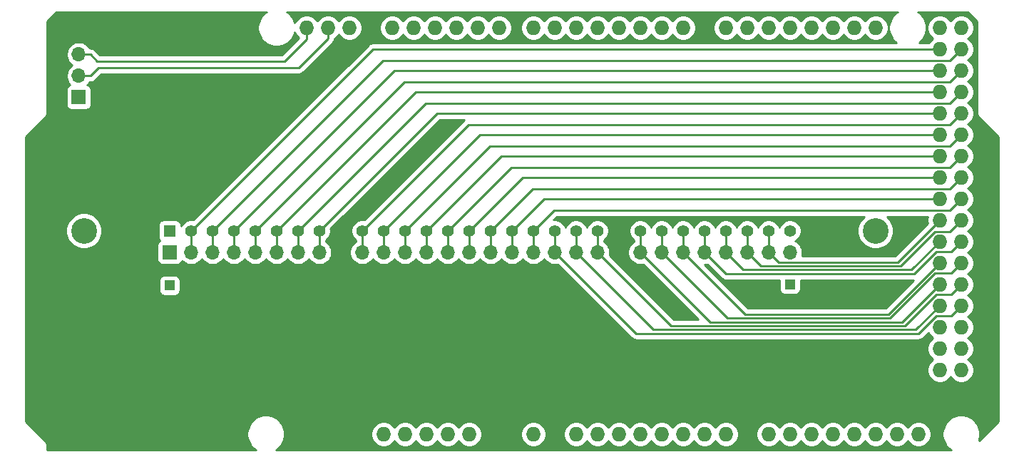
<source format=gbr>
%TF.GenerationSoftware,KiCad,Pcbnew,(5.1.9)-1*%
%TF.CreationDate,2021-01-16T23:23:18+11:00*%
%TF.ProjectId,megatosimm,6d656761-746f-4736-996d-6d2e6b696361,rev?*%
%TF.SameCoordinates,Original*%
%TF.FileFunction,Copper,L2,Bot*%
%TF.FilePolarity,Positive*%
%FSLAX46Y46*%
G04 Gerber Fmt 4.6, Leading zero omitted, Abs format (unit mm)*
G04 Created by KiCad (PCBNEW (5.1.9)-1) date 2021-01-16 23:23:18*
%MOMM*%
%LPD*%
G01*
G04 APERTURE LIST*
%TA.AperFunction,ComponentPad*%
%ADD10O,1.727200X1.727200*%
%TD*%
%TA.AperFunction,ComponentPad*%
%ADD11R,1.200000X1.200000*%
%TD*%
%TA.AperFunction,ComponentPad*%
%ADD12C,1.200000*%
%TD*%
%TA.AperFunction,ComponentPad*%
%ADD13R,1.700000X1.700000*%
%TD*%
%TA.AperFunction,ComponentPad*%
%ADD14O,1.700000X1.700000*%
%TD*%
%TA.AperFunction,ComponentPad*%
%ADD15R,1.397000X1.397000*%
%TD*%
%TA.AperFunction,ComponentPad*%
%ADD16C,1.397000*%
%TD*%
%TA.AperFunction,ComponentPad*%
%ADD17C,3.048000*%
%TD*%
%TA.AperFunction,ViaPad*%
%ADD18C,0.800000*%
%TD*%
%TA.AperFunction,Conductor*%
%ADD19C,0.250000*%
%TD*%
%TA.AperFunction,Conductor*%
%ADD20C,1.000000*%
%TD*%
%TA.AperFunction,Conductor*%
%ADD21C,0.254000*%
%TD*%
%TA.AperFunction,Conductor*%
%ADD22C,0.100000*%
%TD*%
G04 APERTURE END LIST*
D10*
%TO.P,U1,GND6*%
%TO.N,GND*%
X212725000Y-119380000D03*
%TO.P,U1,GND5*%
X210185000Y-119380000D03*
%TO.P,U1,D53*%
%TO.N,Net-(U1-PadD53)*%
X212725000Y-116840000D03*
%TO.P,U1,D52*%
%TO.N,Net-(U1-PadD52)*%
X210185000Y-116840000D03*
%TO.P,U1,D51*%
%TO.N,Net-(U1-PadD51)*%
X212725000Y-114300000D03*
%TO.P,U1,D50*%
%TO.N,Net-(U1-PadD50)*%
X210185000Y-114300000D03*
%TO.P,U1,D49*%
%TO.N,Net-(U1-PadD49)*%
X212725000Y-111760000D03*
%TO.P,U1,D48*%
%TO.N,Net-(U1-PadD48)*%
X210185000Y-111760000D03*
%TO.P,U1,D47*%
%TO.N,A10*%
X212725000Y-109220000D03*
%TO.P,U1,D46*%
%TO.N,DQ5*%
X210185000Y-109220000D03*
%TO.P,U1,D45*%
%TO.N,WE*%
X212725000Y-106680000D03*
%TO.P,U1,D44*%
%TO.N,DQ6*%
X210185000Y-106680000D03*
%TO.P,U1,D43*%
%TO.N,A11*%
X212725000Y-104140000D03*
%TO.P,U1,D42*%
%TO.N,DQ7*%
X210185000Y-104140000D03*
%TO.P,U1,D41*%
%TO.N,QP*%
X212725000Y-101600000D03*
%TO.P,U1,D40*%
%TO.N,RAS*%
X210185000Y-101600000D03*
%TO.P,U1,D39*%
%TO.N,CASP*%
X212725000Y-99060000D03*
%TO.P,U1,D38*%
%TO.N,DP*%
X210185000Y-99060000D03*
%TO.P,U1,D37*%
%TO.N,A9*%
X212725000Y-96520000D03*
%TO.P,U1,D36*%
%TO.N,A8*%
X210185000Y-96520000D03*
%TO.P,U1,D35*%
%TO.N,DQ4*%
X212725000Y-93980000D03*
%TO.P,U1,D34*%
%TO.N,A7*%
X210185000Y-93980000D03*
%TO.P,U1,D33*%
%TO.N,A6*%
X212725000Y-91440000D03*
%TO.P,U1,D32*%
%TO.N,DQ3*%
X210185000Y-91440000D03*
%TO.P,U1,D31*%
%TO.N,A5*%
X212725000Y-88900000D03*
%TO.P,U1,D30*%
%TO.N,A4*%
X210185000Y-88900000D03*
%TO.P,U1,D29*%
%TO.N,DQ2*%
X212725000Y-86360000D03*
%TO.P,U1,D28*%
%TO.N,A3*%
X210185000Y-86360000D03*
%TO.P,U1,D27*%
%TO.N,A2*%
X212725000Y-83820000D03*
%TO.P,U1,D26*%
%TO.N,DQ1*%
X210185000Y-83820000D03*
%TO.P,U1,D25*%
%TO.N,A1*%
X212725000Y-81280000D03*
%TO.P,U1,D24*%
%TO.N,A0*%
X210185000Y-81280000D03*
%TO.P,U1,D23*%
%TO.N,DQ0*%
X212725000Y-78740000D03*
%TO.P,U1,D22*%
%TO.N,CAS*%
X210185000Y-78740000D03*
%TO.P,U1,5V4*%
%TO.N,VCC*%
X212725000Y-76200000D03*
%TO.P,U1,5V3*%
X210185000Y-76200000D03*
%TO.P,U1,CANT*%
%TO.N,Net-(U1-PadCANT)*%
X207645000Y-124460000D03*
%TO.P,U1,CANR*%
%TO.N,Net-(U1-PadCANR)*%
X205105000Y-124460000D03*
%TO.P,U1,DAC1*%
%TO.N,Net-(U1-PadDAC1)*%
X202565000Y-124460000D03*
%TO.P,U1,DAC0*%
%TO.N,Net-(U1-PadDAC0)*%
X200025000Y-124460000D03*
%TO.P,U1,A11*%
%TO.N,Net-(U1-PadA11)*%
X197485000Y-124460000D03*
%TO.P,U1,A10*%
%TO.N,Net-(U1-PadA10)*%
X194945000Y-124460000D03*
%TO.P,U1,A9*%
%TO.N,Net-(U1-PadA9)*%
X192405000Y-124460000D03*
%TO.P,U1,A8*%
%TO.N,Net-(U1-PadA8)*%
X189865000Y-124460000D03*
%TO.P,U1,A7*%
%TO.N,Net-(U1-PadA7)*%
X184785000Y-124460000D03*
%TO.P,U1,A6*%
%TO.N,Net-(U1-PadA6)*%
X182245000Y-124460000D03*
%TO.P,U1,A5*%
%TO.N,Net-(U1-PadA5)*%
X179705000Y-124460000D03*
%TO.P,U1,A4*%
%TO.N,Net-(U1-PadA4)*%
X177165000Y-124460000D03*
%TO.P,U1,A3*%
%TO.N,Net-(U1-PadA3)*%
X174625000Y-124460000D03*
%TO.P,U1,A2*%
%TO.N,Net-(U1-PadA2)*%
X172085000Y-124460000D03*
%TO.P,U1,A1*%
%TO.N,Net-(U1-PadA1)*%
X169545000Y-124460000D03*
%TO.P,U1,*%
%TO.N,*%
X144145000Y-124460000D03*
%TO.P,U1,D11*%
%TO.N,Net-(U1-PadD11)*%
X150241000Y-76200000D03*
%TO.P,U1,D12*%
%TO.N,Net-(U1-PadD12)*%
X147701000Y-76200000D03*
%TO.P,U1,D13*%
%TO.N,Net-(U1-PadD13)*%
X145161000Y-76200000D03*
%TO.P,U1,AREF*%
%TO.N,Net-(U1-PadAREF)*%
X140081000Y-76200000D03*
%TO.P,U1,SDA1*%
%TO.N,SDA1*%
X137541000Y-76200000D03*
%TO.P,U1,SCL1*%
%TO.N,SCL1*%
X135001000Y-76200000D03*
%TO.P,U1,D10*%
%TO.N,Net-(U1-PadD10)*%
X152781000Y-76200000D03*
%TO.P,U1,D9*%
%TO.N,Net-(U1-PadD9)*%
X155321000Y-76200000D03*
%TO.P,U1,D8*%
%TO.N,Net-(U1-PadD8)*%
X157861000Y-76200000D03*
%TO.P,U1,GND1*%
%TO.N,GND*%
X142621000Y-76200000D03*
%TO.P,U1,D7*%
%TO.N,Net-(U1-PadD7)*%
X161925000Y-76200000D03*
%TO.P,U1,D6*%
%TO.N,Net-(U1-PadD6)*%
X164465000Y-76200000D03*
%TO.P,U1,D5*%
%TO.N,Net-(U1-PadD5)*%
X167005000Y-76200000D03*
%TO.P,U1,D4*%
%TO.N,Net-(U1-PadD4)*%
X169545000Y-76200000D03*
%TO.P,U1,D3*%
%TO.N,Net-(U1-PadD3)*%
X172085000Y-76200000D03*
%TO.P,U1,D2*%
%TO.N,Net-(U1-PadD2)*%
X174625000Y-76200000D03*
%TO.P,U1,D1*%
%TO.N,Net-(U1-PadD1)*%
X177165000Y-76200000D03*
%TO.P,U1,D0*%
%TO.N,Net-(U1-PadD0)*%
X179705000Y-76200000D03*
%TO.P,U1,D14*%
%TO.N,Net-(U1-PadD14)*%
X184785000Y-76200000D03*
%TO.P,U1,D15*%
%TO.N,Net-(U1-PadD15)*%
X187325000Y-76200000D03*
%TO.P,U1,D16*%
%TO.N,Net-(U1-PadD16)*%
X189865000Y-76200000D03*
%TO.P,U1,D17*%
%TO.N,Net-(U1-PadD17)*%
X192405000Y-76200000D03*
%TO.P,U1,D18*%
%TO.N,Net-(U1-PadD18)*%
X194945000Y-76200000D03*
%TO.P,U1,D19*%
%TO.N,Net-(U1-PadD19)*%
X197485000Y-76200000D03*
%TO.P,U1,D20*%
%TO.N,Net-(U1-PadD20)*%
X200025000Y-76200000D03*
%TO.P,U1,D21*%
%TO.N,Net-(U1-PadD21)*%
X202565000Y-76200000D03*
%TO.P,U1,IORF*%
%TO.N,Net-(U1-PadIORF)*%
X146685000Y-124460000D03*
%TO.P,U1,RST1*%
%TO.N,Net-(U1-PadRST1)*%
X149225000Y-124460000D03*
%TO.P,U1,3V3*%
%TO.N,Net-(U1-Pad3V3)*%
X151765000Y-124460000D03*
%TO.P,U1,5V1*%
%TO.N,VCC*%
X154305000Y-124460000D03*
%TO.P,U1,GND2*%
%TO.N,GND*%
X156845000Y-124460000D03*
%TO.P,U1,GND3*%
X159385000Y-124460000D03*
%TO.P,U1,VIN*%
%TO.N,Net-(U1-PadVIN)*%
X161925000Y-124460000D03*
%TO.P,U1,A0*%
%TO.N,Net-(U1-PadA0)*%
X167005000Y-124460000D03*
%TD*%
D11*
%TO.P,C2,1*%
%TO.N,VCC*%
X192405000Y-106680000D03*
D12*
%TO.P,C2,2*%
%TO.N,GND*%
X194405000Y-106680000D03*
%TD*%
D11*
%TO.P,C1,1*%
%TO.N,VCC*%
X118745000Y-106807000D03*
D12*
%TO.P,C1,2*%
%TO.N,GND*%
X116745000Y-106807000D03*
%TD*%
D13*
%TO.P,J3,1*%
%TO.N,VCC*%
X107950000Y-84455000D03*
D14*
%TO.P,J3,2*%
%TO.N,SDA1*%
X107950000Y-81915000D03*
%TO.P,J3,3*%
%TO.N,SCL1*%
X107950000Y-79375000D03*
%TO.P,J3,4*%
%TO.N,GND*%
X107950000Y-76835000D03*
%TD*%
D13*
%TO.P,J2,1*%
%TO.N,VCC*%
X118745000Y-102870000D03*
D14*
%TO.P,J2,2*%
%TO.N,CAS*%
X121285000Y-102870000D03*
%TO.P,J2,3*%
%TO.N,DQ0*%
X123825000Y-102870000D03*
%TO.P,J2,4*%
%TO.N,A0*%
X126365000Y-102870000D03*
%TO.P,J2,5*%
%TO.N,A1*%
X128905000Y-102870000D03*
%TO.P,J2,6*%
%TO.N,DQ1*%
X131445000Y-102870000D03*
%TO.P,J2,7*%
%TO.N,A2*%
X133985000Y-102870000D03*
%TO.P,J2,8*%
%TO.N,A3*%
X136525000Y-102870000D03*
%TO.P,J2,9*%
%TO.N,GND*%
X139065000Y-102870000D03*
%TO.P,J2,10*%
%TO.N,DQ2*%
X141605000Y-102870000D03*
%TO.P,J2,11*%
%TO.N,A4*%
X144145000Y-102870000D03*
%TO.P,J2,12*%
%TO.N,A5*%
X146685000Y-102870000D03*
%TO.P,J2,13*%
%TO.N,DQ3*%
X149225000Y-102870000D03*
%TO.P,J2,14*%
%TO.N,A6*%
X151765000Y-102870000D03*
%TO.P,J2,15*%
%TO.N,A7*%
X154305000Y-102870000D03*
%TO.P,J2,16*%
%TO.N,DQ4*%
X156845000Y-102870000D03*
%TO.P,J2,17*%
%TO.N,A8*%
X159385000Y-102870000D03*
%TO.P,J2,18*%
%TO.N,A9*%
X161925000Y-102870000D03*
%TO.P,J2,19*%
%TO.N,A10*%
X164465000Y-102870000D03*
%TO.P,J2,20*%
%TO.N,DQ5*%
X167005000Y-102870000D03*
%TO.P,J2,21*%
%TO.N,WE*%
X169545000Y-102870000D03*
%TO.P,J2,22*%
%TO.N,GND*%
X172085000Y-102870000D03*
%TO.P,J2,23*%
%TO.N,DQ6*%
X174625000Y-102870000D03*
%TO.P,J2,24*%
%TO.N,A11*%
X177165000Y-102870000D03*
%TO.P,J2,25*%
%TO.N,DQ7*%
X179705000Y-102870000D03*
%TO.P,J2,26*%
%TO.N,QP*%
X182245000Y-102870000D03*
%TO.P,J2,27*%
%TO.N,RAS*%
X184785000Y-102870000D03*
%TO.P,J2,28*%
%TO.N,CASP*%
X187325000Y-102870000D03*
%TO.P,J2,29*%
%TO.N,DP*%
X189865000Y-102870000D03*
%TO.P,J2,30*%
%TO.N,VCC*%
X192405000Y-102870000D03*
%TD*%
D15*
%TO.P,J1,1*%
%TO.N,VCC*%
X118745000Y-100330000D03*
D16*
%TO.P,J1,2*%
%TO.N,CAS*%
X121285000Y-100330000D03*
%TO.P,J1,3*%
%TO.N,DQ0*%
X123825000Y-100330000D03*
%TO.P,J1,4*%
%TO.N,A0*%
X126365000Y-100330000D03*
%TO.P,J1,5*%
%TO.N,A1*%
X128905000Y-100330000D03*
%TO.P,J1,6*%
%TO.N,DQ1*%
X131445000Y-100330000D03*
%TO.P,J1,7*%
%TO.N,A2*%
X133985000Y-100330000D03*
%TO.P,J1,8*%
%TO.N,A3*%
X136525000Y-100330000D03*
%TO.P,J1,9*%
%TO.N,GND*%
X139065000Y-100330000D03*
%TO.P,J1,10*%
%TO.N,DQ2*%
X141605000Y-100330000D03*
%TO.P,J1,11*%
%TO.N,A4*%
X144145000Y-100330000D03*
%TO.P,J1,12*%
%TO.N,A5*%
X146685000Y-100330000D03*
%TO.P,J1,13*%
%TO.N,DQ3*%
X149225000Y-100330000D03*
%TO.P,J1,14*%
%TO.N,A6*%
X151765000Y-100330000D03*
%TO.P,J1,15*%
%TO.N,A7*%
X154305000Y-100330000D03*
%TO.P,J1,16*%
%TO.N,DQ4*%
X156845000Y-100330000D03*
%TO.P,J1,17*%
%TO.N,A8*%
X159385000Y-100330000D03*
%TO.P,J1,18*%
%TO.N,A9*%
X161925000Y-100330000D03*
%TO.P,J1,19*%
%TO.N,A10*%
X164465000Y-100330000D03*
%TO.P,J1,20*%
%TO.N,DQ5*%
X167005000Y-100330000D03*
%TO.P,J1,21*%
%TO.N,WE*%
X169545000Y-100330000D03*
%TO.P,J1,22*%
%TO.N,GND*%
X172085000Y-100330000D03*
%TO.P,J1,23*%
%TO.N,DQ6*%
X174625000Y-100330000D03*
%TO.P,J1,24*%
%TO.N,A11*%
X177165000Y-100330000D03*
%TO.P,J1,25*%
%TO.N,DQ7*%
X179705000Y-100330000D03*
%TO.P,J1,26*%
%TO.N,QP*%
X182245000Y-100330000D03*
%TO.P,J1,27*%
%TO.N,RAS*%
X184785000Y-100330000D03*
%TO.P,J1,28*%
%TO.N,CASP*%
X187325000Y-100330000D03*
%TO.P,J1,29*%
%TO.N,DP*%
X189865000Y-100330000D03*
%TO.P,J1,30*%
%TO.N,VCC*%
X192405000Y-100330000D03*
D17*
%TO.P,J1,31*%
%TO.N,N/C*%
X202565000Y-100330000D03*
%TO.P,J1,32*%
X108585000Y-100330000D03*
%TD*%
D18*
%TO.N,GND*%
X172085000Y-114300000D03*
%TD*%
D19*
%TO.N,GND*%
X172085000Y-102870000D02*
X172161200Y-102870000D01*
D20*
X139065000Y-100330000D02*
X139065000Y-102870000D01*
D19*
%TO.N,CAS*%
X121285000Y-102870000D02*
X121285000Y-100330000D01*
X122308501Y-99306499D02*
X122333901Y-99306499D01*
X121285000Y-100330000D02*
X122308501Y-99306499D01*
X142900400Y-78740000D02*
X210185000Y-78740000D01*
X122333901Y-99306499D02*
X142900400Y-78740000D01*
%TO.N,DQ0*%
X123825000Y-100330000D02*
X123825000Y-102870000D01*
X211373601Y-80091399D02*
X212725000Y-78740000D01*
X144063601Y-80091399D02*
X211373601Y-80091399D01*
X123825000Y-100330000D02*
X144063601Y-80091399D01*
%TO.N,A0*%
X126365000Y-102870000D02*
X126365000Y-100330000D01*
X145415000Y-81280000D02*
X210185000Y-81280000D01*
X126365000Y-100330000D02*
X145415000Y-81280000D01*
%TO.N,A1*%
X128905000Y-100330000D02*
X128905000Y-102870000D01*
X211373601Y-82631399D02*
X212725000Y-81280000D01*
X146603601Y-82631399D02*
X211373601Y-82631399D01*
X128905000Y-100330000D02*
X146603601Y-82631399D01*
%TO.N,DQ1*%
X131445000Y-102870000D02*
X131445000Y-100330000D01*
X147955000Y-83820000D02*
X210185000Y-83820000D01*
X131445000Y-100330000D02*
X147955000Y-83820000D01*
%TO.N,A2*%
X133985000Y-100330000D02*
X133985000Y-102870000D01*
X211373601Y-85171399D02*
X212725000Y-83820000D01*
X149143601Y-85171399D02*
X211373601Y-85171399D01*
X133985000Y-100330000D02*
X149143601Y-85171399D01*
%TO.N,A3*%
X136525000Y-102870000D02*
X136525000Y-100330000D01*
X150495000Y-86360000D02*
X210185000Y-86360000D01*
X136525000Y-100330000D02*
X150495000Y-86360000D01*
%TO.N,DQ2*%
X141605000Y-102870000D02*
X141605000Y-100330000D01*
X211373601Y-87711399D02*
X212725000Y-86360000D01*
X154223601Y-87711399D02*
X211373601Y-87711399D01*
X141605000Y-100330000D02*
X154223601Y-87711399D01*
%TO.N,A4*%
X144145000Y-100330000D02*
X144145000Y-102870000D01*
X155575000Y-88900000D02*
X210185000Y-88900000D01*
X144145000Y-100330000D02*
X155575000Y-88900000D01*
%TO.N,A5*%
X146685000Y-102870000D02*
X146685000Y-100330000D01*
X211373601Y-90251399D02*
X212725000Y-88900000D01*
X156763601Y-90251399D02*
X211373601Y-90251399D01*
X146685000Y-100330000D02*
X156763601Y-90251399D01*
%TO.N,DQ3*%
X149225000Y-100330000D02*
X149225000Y-102870000D01*
X158115000Y-91440000D02*
X210185000Y-91440000D01*
X149225000Y-100330000D02*
X158115000Y-91440000D01*
%TO.N,A6*%
X151765000Y-102870000D02*
X151765000Y-100330000D01*
X211373601Y-92791399D02*
X212725000Y-91440000D01*
X159303601Y-92791399D02*
X211373601Y-92791399D01*
X151765000Y-100330000D02*
X159303601Y-92791399D01*
%TO.N,A7*%
X154305000Y-100330000D02*
X154305000Y-102870000D01*
X160655000Y-93980000D02*
X210185000Y-93980000D01*
X154305000Y-100330000D02*
X160655000Y-93980000D01*
%TO.N,DQ4*%
X156845000Y-102870000D02*
X156845000Y-100330000D01*
X161843601Y-95331399D02*
X211373601Y-95331399D01*
X211373601Y-95331399D02*
X212725000Y-93980000D01*
X156845000Y-100330000D02*
X161843601Y-95331399D01*
%TO.N,A8*%
X159385000Y-100330000D02*
X159385000Y-102870000D01*
X163195000Y-96520000D02*
X210185000Y-96520000D01*
X159385000Y-100330000D02*
X163195000Y-96520000D01*
%TO.N,A9*%
X161925000Y-102870000D02*
X161925000Y-100330000D01*
X211373601Y-97871399D02*
X212725000Y-96520000D01*
X164383601Y-97871399D02*
X211373601Y-97871399D01*
X161925000Y-100330000D02*
X164383601Y-97871399D01*
%TO.N,A10*%
X164465000Y-100330000D02*
X164465000Y-102870000D01*
X211536399Y-110408601D02*
X212725000Y-109220000D01*
X209777269Y-110408601D02*
X211536399Y-110408601D01*
X207687121Y-112498749D02*
X209777269Y-110408601D01*
X174093750Y-112498749D02*
X207687121Y-112498749D01*
X164465000Y-102870000D02*
X174093750Y-112498749D01*
%TO.N,DQ5*%
X167005000Y-102870000D02*
X167005000Y-100330000D01*
X207356262Y-112048738D02*
X210185000Y-109220000D01*
X176183739Y-112048738D02*
X207356262Y-112048738D01*
X167005000Y-102870000D02*
X176183739Y-112048738D01*
%TO.N,WE*%
X169545000Y-100330000D02*
X169545000Y-102870000D01*
X206047141Y-111598729D02*
X209777269Y-107868601D01*
X169545000Y-102870000D02*
X178273730Y-111598729D01*
X211536399Y-107868601D02*
X212725000Y-106680000D01*
X209777269Y-107868601D02*
X211536399Y-107868601D01*
X178273730Y-111598729D02*
X206047141Y-111598729D01*
%TO.N,DQ6*%
X174625000Y-102870000D02*
X174625000Y-100330000D01*
X205716282Y-111148718D02*
X210185000Y-106680000D01*
X174625000Y-102870000D02*
X182903718Y-111148718D01*
X182903718Y-111148718D02*
X205716282Y-111148718D01*
%TO.N,A11*%
X177165000Y-100330000D02*
X177165000Y-102870000D01*
X184993709Y-110698709D02*
X177165000Y-102870000D01*
X204262701Y-110698709D02*
X184993709Y-110698709D01*
X209632809Y-105328601D02*
X204262701Y-110698709D01*
X211536399Y-105328601D02*
X209632809Y-105328601D01*
X212725000Y-104140000D02*
X211536399Y-105328601D01*
%TO.N,DQ7*%
X179705000Y-102870000D02*
X179705000Y-100330000D01*
X179705000Y-102870000D02*
X187083700Y-110248700D01*
X204076300Y-110248700D02*
X210185000Y-104140000D01*
X187083700Y-110248700D02*
X204076300Y-110248700D01*
%TO.N,QP*%
X182245000Y-102870000D02*
X182245000Y-100330000D01*
X211536399Y-102788601D02*
X212725000Y-101600000D01*
X209777269Y-102788601D02*
X211536399Y-102788601D01*
X207170836Y-105395034D02*
X209777269Y-102788601D01*
X184770034Y-105395034D02*
X207170836Y-105395034D01*
X182245000Y-102870000D02*
X184770034Y-105395034D01*
%TO.N,RAS*%
X184785000Y-100330000D02*
X184785000Y-102870000D01*
X206839977Y-104945023D02*
X210185000Y-101600000D01*
X186860023Y-104945023D02*
X206839977Y-104945023D01*
X184785000Y-102870000D02*
X186860023Y-104945023D01*
%TO.N,CASP*%
X187325000Y-102870000D02*
X187325000Y-100330000D01*
X209614471Y-100411399D02*
X211373601Y-100411399D01*
X211373601Y-100411399D02*
X212725000Y-99060000D01*
X205530858Y-104495012D02*
X209614471Y-100411399D01*
X188950012Y-104495012D02*
X205530858Y-104495012D01*
X187325000Y-102870000D02*
X188950012Y-104495012D01*
%TO.N,DP*%
X189865000Y-100330000D02*
X189865000Y-102870000D01*
X205199999Y-104045001D02*
X210185000Y-99060000D01*
X191040001Y-104045001D02*
X205199999Y-104045001D01*
X189865000Y-102870000D02*
X191040001Y-104045001D01*
%TO.N,SDA1*%
X110324900Y-80937100D02*
X109347000Y-81915000D01*
X134073900Y-80937100D02*
X110324900Y-80937100D01*
X137541000Y-77470000D02*
X134073900Y-80937100D01*
X109347000Y-81915000D02*
X107950000Y-81915000D01*
X137541000Y-76200000D02*
X137541000Y-77470000D01*
%TO.N,SCL1*%
X107950000Y-79375000D02*
X109321600Y-79375000D01*
X109321600Y-79375000D02*
X110134400Y-80187800D01*
X132359400Y-80187800D02*
X135001000Y-77546200D01*
X110134400Y-80187800D02*
X132359400Y-80187800D01*
X135001000Y-77546200D02*
X135001000Y-76200000D01*
%TD*%
D21*
%TO.N,GND*%
X130020271Y-74463962D02*
X129708962Y-74775271D01*
X129464369Y-75141331D01*
X129295890Y-75548075D01*
X129210000Y-75979872D01*
X129210000Y-76420128D01*
X129295890Y-76851925D01*
X129464369Y-77258669D01*
X129708962Y-77624729D01*
X130020271Y-77936038D01*
X130386331Y-78180631D01*
X130793075Y-78349110D01*
X131224872Y-78435000D01*
X131665128Y-78435000D01*
X132096925Y-78349110D01*
X132503669Y-78180631D01*
X132869729Y-77936038D01*
X133181038Y-77624729D01*
X133425631Y-77258669D01*
X133594110Y-76851925D01*
X133611906Y-76762460D01*
X133672958Y-76909853D01*
X133836961Y-77155302D01*
X134045698Y-77364039D01*
X134083261Y-77389137D01*
X132044599Y-79427800D01*
X110449202Y-79427800D01*
X109885403Y-78864002D01*
X109861601Y-78834999D01*
X109745876Y-78740026D01*
X109613847Y-78669454D01*
X109470586Y-78625997D01*
X109358933Y-78615000D01*
X109358922Y-78615000D01*
X109321600Y-78611324D01*
X109284278Y-78615000D01*
X109228178Y-78615000D01*
X109103475Y-78428368D01*
X108896632Y-78221525D01*
X108653411Y-78059010D01*
X108383158Y-77947068D01*
X108096260Y-77890000D01*
X107803740Y-77890000D01*
X107516842Y-77947068D01*
X107246589Y-78059010D01*
X107003368Y-78221525D01*
X106796525Y-78428368D01*
X106634010Y-78671589D01*
X106522068Y-78941842D01*
X106465000Y-79228740D01*
X106465000Y-79521260D01*
X106522068Y-79808158D01*
X106634010Y-80078411D01*
X106796525Y-80321632D01*
X107003368Y-80528475D01*
X107177760Y-80645000D01*
X107003368Y-80761525D01*
X106796525Y-80968368D01*
X106634010Y-81211589D01*
X106522068Y-81481842D01*
X106465000Y-81768740D01*
X106465000Y-82061260D01*
X106522068Y-82348158D01*
X106634010Y-82618411D01*
X106796525Y-82861632D01*
X106928380Y-82993487D01*
X106855820Y-83015498D01*
X106745506Y-83074463D01*
X106648815Y-83153815D01*
X106569463Y-83250506D01*
X106510498Y-83360820D01*
X106474188Y-83480518D01*
X106461928Y-83605000D01*
X106461928Y-85305000D01*
X106474188Y-85429482D01*
X106510498Y-85549180D01*
X106569463Y-85659494D01*
X106648815Y-85756185D01*
X106745506Y-85835537D01*
X106855820Y-85894502D01*
X106975518Y-85930812D01*
X107100000Y-85943072D01*
X108800000Y-85943072D01*
X108924482Y-85930812D01*
X109044180Y-85894502D01*
X109154494Y-85835537D01*
X109251185Y-85756185D01*
X109330537Y-85659494D01*
X109389502Y-85549180D01*
X109425812Y-85429482D01*
X109438072Y-85305000D01*
X109438072Y-83605000D01*
X109425812Y-83480518D01*
X109389502Y-83360820D01*
X109330537Y-83250506D01*
X109251185Y-83153815D01*
X109154494Y-83074463D01*
X109044180Y-83015498D01*
X108971620Y-82993487D01*
X109103475Y-82861632D01*
X109228178Y-82675000D01*
X109309678Y-82675000D01*
X109347000Y-82678676D01*
X109384322Y-82675000D01*
X109384333Y-82675000D01*
X109495986Y-82664003D01*
X109639247Y-82620546D01*
X109771276Y-82549974D01*
X109887001Y-82455001D01*
X109910803Y-82425998D01*
X110639703Y-81697100D01*
X134036578Y-81697100D01*
X134073900Y-81700776D01*
X134111222Y-81697100D01*
X134111233Y-81697100D01*
X134222886Y-81686103D01*
X134366147Y-81642646D01*
X134498176Y-81572074D01*
X134613901Y-81477101D01*
X134637704Y-81448097D01*
X138052003Y-78033799D01*
X138081001Y-78010001D01*
X138175974Y-77894276D01*
X138246546Y-77762247D01*
X138290003Y-77618986D01*
X138301000Y-77507333D01*
X138301000Y-77507323D01*
X138302348Y-77493634D01*
X138496302Y-77364039D01*
X138705039Y-77155302D01*
X138811000Y-76996719D01*
X138916961Y-77155302D01*
X139125698Y-77364039D01*
X139371147Y-77528042D01*
X139643875Y-77641010D01*
X139933401Y-77698600D01*
X140228599Y-77698600D01*
X140518125Y-77641010D01*
X140790853Y-77528042D01*
X141036302Y-77364039D01*
X141245039Y-77155302D01*
X141409042Y-76909853D01*
X141522010Y-76637125D01*
X141579600Y-76347599D01*
X141579600Y-76052401D01*
X143662400Y-76052401D01*
X143662400Y-76347599D01*
X143719990Y-76637125D01*
X143832958Y-76909853D01*
X143996961Y-77155302D01*
X144205698Y-77364039D01*
X144451147Y-77528042D01*
X144723875Y-77641010D01*
X145013401Y-77698600D01*
X145308599Y-77698600D01*
X145598125Y-77641010D01*
X145870853Y-77528042D01*
X146116302Y-77364039D01*
X146325039Y-77155302D01*
X146431000Y-76996719D01*
X146536961Y-77155302D01*
X146745698Y-77364039D01*
X146991147Y-77528042D01*
X147263875Y-77641010D01*
X147553401Y-77698600D01*
X147848599Y-77698600D01*
X148138125Y-77641010D01*
X148410853Y-77528042D01*
X148656302Y-77364039D01*
X148865039Y-77155302D01*
X148971000Y-76996719D01*
X149076961Y-77155302D01*
X149285698Y-77364039D01*
X149531147Y-77528042D01*
X149803875Y-77641010D01*
X150093401Y-77698600D01*
X150388599Y-77698600D01*
X150678125Y-77641010D01*
X150950853Y-77528042D01*
X151196302Y-77364039D01*
X151405039Y-77155302D01*
X151511000Y-76996719D01*
X151616961Y-77155302D01*
X151825698Y-77364039D01*
X152071147Y-77528042D01*
X152343875Y-77641010D01*
X152633401Y-77698600D01*
X152928599Y-77698600D01*
X153218125Y-77641010D01*
X153490853Y-77528042D01*
X153736302Y-77364039D01*
X153945039Y-77155302D01*
X154051000Y-76996719D01*
X154156961Y-77155302D01*
X154365698Y-77364039D01*
X154611147Y-77528042D01*
X154883875Y-77641010D01*
X155173401Y-77698600D01*
X155468599Y-77698600D01*
X155758125Y-77641010D01*
X156030853Y-77528042D01*
X156276302Y-77364039D01*
X156485039Y-77155302D01*
X156591000Y-76996719D01*
X156696961Y-77155302D01*
X156905698Y-77364039D01*
X157151147Y-77528042D01*
X157423875Y-77641010D01*
X157713401Y-77698600D01*
X158008599Y-77698600D01*
X158298125Y-77641010D01*
X158570853Y-77528042D01*
X158816302Y-77364039D01*
X159025039Y-77155302D01*
X159189042Y-76909853D01*
X159302010Y-76637125D01*
X159359600Y-76347599D01*
X159359600Y-76052401D01*
X160426400Y-76052401D01*
X160426400Y-76347599D01*
X160483990Y-76637125D01*
X160596958Y-76909853D01*
X160760961Y-77155302D01*
X160969698Y-77364039D01*
X161215147Y-77528042D01*
X161487875Y-77641010D01*
X161777401Y-77698600D01*
X162072599Y-77698600D01*
X162362125Y-77641010D01*
X162634853Y-77528042D01*
X162880302Y-77364039D01*
X163089039Y-77155302D01*
X163195000Y-76996719D01*
X163300961Y-77155302D01*
X163509698Y-77364039D01*
X163755147Y-77528042D01*
X164027875Y-77641010D01*
X164317401Y-77698600D01*
X164612599Y-77698600D01*
X164902125Y-77641010D01*
X165174853Y-77528042D01*
X165420302Y-77364039D01*
X165629039Y-77155302D01*
X165735000Y-76996719D01*
X165840961Y-77155302D01*
X166049698Y-77364039D01*
X166295147Y-77528042D01*
X166567875Y-77641010D01*
X166857401Y-77698600D01*
X167152599Y-77698600D01*
X167442125Y-77641010D01*
X167714853Y-77528042D01*
X167960302Y-77364039D01*
X168169039Y-77155302D01*
X168275000Y-76996719D01*
X168380961Y-77155302D01*
X168589698Y-77364039D01*
X168835147Y-77528042D01*
X169107875Y-77641010D01*
X169397401Y-77698600D01*
X169692599Y-77698600D01*
X169982125Y-77641010D01*
X170254853Y-77528042D01*
X170500302Y-77364039D01*
X170709039Y-77155302D01*
X170815000Y-76996719D01*
X170920961Y-77155302D01*
X171129698Y-77364039D01*
X171375147Y-77528042D01*
X171647875Y-77641010D01*
X171937401Y-77698600D01*
X172232599Y-77698600D01*
X172522125Y-77641010D01*
X172794853Y-77528042D01*
X173040302Y-77364039D01*
X173249039Y-77155302D01*
X173355000Y-76996719D01*
X173460961Y-77155302D01*
X173669698Y-77364039D01*
X173915147Y-77528042D01*
X174187875Y-77641010D01*
X174477401Y-77698600D01*
X174772599Y-77698600D01*
X175062125Y-77641010D01*
X175334853Y-77528042D01*
X175580302Y-77364039D01*
X175789039Y-77155302D01*
X175895000Y-76996719D01*
X176000961Y-77155302D01*
X176209698Y-77364039D01*
X176455147Y-77528042D01*
X176727875Y-77641010D01*
X177017401Y-77698600D01*
X177312599Y-77698600D01*
X177602125Y-77641010D01*
X177874853Y-77528042D01*
X178120302Y-77364039D01*
X178329039Y-77155302D01*
X178435000Y-76996719D01*
X178540961Y-77155302D01*
X178749698Y-77364039D01*
X178995147Y-77528042D01*
X179267875Y-77641010D01*
X179557401Y-77698600D01*
X179852599Y-77698600D01*
X180142125Y-77641010D01*
X180414853Y-77528042D01*
X180660302Y-77364039D01*
X180869039Y-77155302D01*
X181033042Y-76909853D01*
X181146010Y-76637125D01*
X181203600Y-76347599D01*
X181203600Y-76052401D01*
X183286400Y-76052401D01*
X183286400Y-76347599D01*
X183343990Y-76637125D01*
X183456958Y-76909853D01*
X183620961Y-77155302D01*
X183829698Y-77364039D01*
X184075147Y-77528042D01*
X184347875Y-77641010D01*
X184637401Y-77698600D01*
X184932599Y-77698600D01*
X185222125Y-77641010D01*
X185494853Y-77528042D01*
X185740302Y-77364039D01*
X185949039Y-77155302D01*
X186055000Y-76996719D01*
X186160961Y-77155302D01*
X186369698Y-77364039D01*
X186615147Y-77528042D01*
X186887875Y-77641010D01*
X187177401Y-77698600D01*
X187472599Y-77698600D01*
X187762125Y-77641010D01*
X188034853Y-77528042D01*
X188280302Y-77364039D01*
X188489039Y-77155302D01*
X188595000Y-76996719D01*
X188700961Y-77155302D01*
X188909698Y-77364039D01*
X189155147Y-77528042D01*
X189427875Y-77641010D01*
X189717401Y-77698600D01*
X190012599Y-77698600D01*
X190302125Y-77641010D01*
X190574853Y-77528042D01*
X190820302Y-77364039D01*
X191029039Y-77155302D01*
X191135000Y-76996719D01*
X191240961Y-77155302D01*
X191449698Y-77364039D01*
X191695147Y-77528042D01*
X191967875Y-77641010D01*
X192257401Y-77698600D01*
X192552599Y-77698600D01*
X192842125Y-77641010D01*
X193114853Y-77528042D01*
X193360302Y-77364039D01*
X193569039Y-77155302D01*
X193675000Y-76996719D01*
X193780961Y-77155302D01*
X193989698Y-77364039D01*
X194235147Y-77528042D01*
X194507875Y-77641010D01*
X194797401Y-77698600D01*
X195092599Y-77698600D01*
X195382125Y-77641010D01*
X195654853Y-77528042D01*
X195900302Y-77364039D01*
X196109039Y-77155302D01*
X196215000Y-76996719D01*
X196320961Y-77155302D01*
X196529698Y-77364039D01*
X196775147Y-77528042D01*
X197047875Y-77641010D01*
X197337401Y-77698600D01*
X197632599Y-77698600D01*
X197922125Y-77641010D01*
X198194853Y-77528042D01*
X198440302Y-77364039D01*
X198649039Y-77155302D01*
X198755000Y-76996719D01*
X198860961Y-77155302D01*
X199069698Y-77364039D01*
X199315147Y-77528042D01*
X199587875Y-77641010D01*
X199877401Y-77698600D01*
X200172599Y-77698600D01*
X200462125Y-77641010D01*
X200734853Y-77528042D01*
X200980302Y-77364039D01*
X201189039Y-77155302D01*
X201295000Y-76996719D01*
X201400961Y-77155302D01*
X201609698Y-77364039D01*
X201855147Y-77528042D01*
X202127875Y-77641010D01*
X202417401Y-77698600D01*
X202712599Y-77698600D01*
X203002125Y-77641010D01*
X203274853Y-77528042D01*
X203520302Y-77364039D01*
X203729039Y-77155302D01*
X203893042Y-76909853D01*
X204006010Y-76637125D01*
X204063600Y-76347599D01*
X204063600Y-76052401D01*
X204006010Y-75762875D01*
X203893042Y-75490147D01*
X203729039Y-75244698D01*
X203520302Y-75035961D01*
X203274853Y-74871958D01*
X203002125Y-74758990D01*
X202712599Y-74701400D01*
X202417401Y-74701400D01*
X202127875Y-74758990D01*
X201855147Y-74871958D01*
X201609698Y-75035961D01*
X201400961Y-75244698D01*
X201295000Y-75403281D01*
X201189039Y-75244698D01*
X200980302Y-75035961D01*
X200734853Y-74871958D01*
X200462125Y-74758990D01*
X200172599Y-74701400D01*
X199877401Y-74701400D01*
X199587875Y-74758990D01*
X199315147Y-74871958D01*
X199069698Y-75035961D01*
X198860961Y-75244698D01*
X198755000Y-75403281D01*
X198649039Y-75244698D01*
X198440302Y-75035961D01*
X198194853Y-74871958D01*
X197922125Y-74758990D01*
X197632599Y-74701400D01*
X197337401Y-74701400D01*
X197047875Y-74758990D01*
X196775147Y-74871958D01*
X196529698Y-75035961D01*
X196320961Y-75244698D01*
X196215000Y-75403281D01*
X196109039Y-75244698D01*
X195900302Y-75035961D01*
X195654853Y-74871958D01*
X195382125Y-74758990D01*
X195092599Y-74701400D01*
X194797401Y-74701400D01*
X194507875Y-74758990D01*
X194235147Y-74871958D01*
X193989698Y-75035961D01*
X193780961Y-75244698D01*
X193675000Y-75403281D01*
X193569039Y-75244698D01*
X193360302Y-75035961D01*
X193114853Y-74871958D01*
X192842125Y-74758990D01*
X192552599Y-74701400D01*
X192257401Y-74701400D01*
X191967875Y-74758990D01*
X191695147Y-74871958D01*
X191449698Y-75035961D01*
X191240961Y-75244698D01*
X191135000Y-75403281D01*
X191029039Y-75244698D01*
X190820302Y-75035961D01*
X190574853Y-74871958D01*
X190302125Y-74758990D01*
X190012599Y-74701400D01*
X189717401Y-74701400D01*
X189427875Y-74758990D01*
X189155147Y-74871958D01*
X188909698Y-75035961D01*
X188700961Y-75244698D01*
X188595000Y-75403281D01*
X188489039Y-75244698D01*
X188280302Y-75035961D01*
X188034853Y-74871958D01*
X187762125Y-74758990D01*
X187472599Y-74701400D01*
X187177401Y-74701400D01*
X186887875Y-74758990D01*
X186615147Y-74871958D01*
X186369698Y-75035961D01*
X186160961Y-75244698D01*
X186055000Y-75403281D01*
X185949039Y-75244698D01*
X185740302Y-75035961D01*
X185494853Y-74871958D01*
X185222125Y-74758990D01*
X184932599Y-74701400D01*
X184637401Y-74701400D01*
X184347875Y-74758990D01*
X184075147Y-74871958D01*
X183829698Y-75035961D01*
X183620961Y-75244698D01*
X183456958Y-75490147D01*
X183343990Y-75762875D01*
X183286400Y-76052401D01*
X181203600Y-76052401D01*
X181146010Y-75762875D01*
X181033042Y-75490147D01*
X180869039Y-75244698D01*
X180660302Y-75035961D01*
X180414853Y-74871958D01*
X180142125Y-74758990D01*
X179852599Y-74701400D01*
X179557401Y-74701400D01*
X179267875Y-74758990D01*
X178995147Y-74871958D01*
X178749698Y-75035961D01*
X178540961Y-75244698D01*
X178435000Y-75403281D01*
X178329039Y-75244698D01*
X178120302Y-75035961D01*
X177874853Y-74871958D01*
X177602125Y-74758990D01*
X177312599Y-74701400D01*
X177017401Y-74701400D01*
X176727875Y-74758990D01*
X176455147Y-74871958D01*
X176209698Y-75035961D01*
X176000961Y-75244698D01*
X175895000Y-75403281D01*
X175789039Y-75244698D01*
X175580302Y-75035961D01*
X175334853Y-74871958D01*
X175062125Y-74758990D01*
X174772599Y-74701400D01*
X174477401Y-74701400D01*
X174187875Y-74758990D01*
X173915147Y-74871958D01*
X173669698Y-75035961D01*
X173460961Y-75244698D01*
X173355000Y-75403281D01*
X173249039Y-75244698D01*
X173040302Y-75035961D01*
X172794853Y-74871958D01*
X172522125Y-74758990D01*
X172232599Y-74701400D01*
X171937401Y-74701400D01*
X171647875Y-74758990D01*
X171375147Y-74871958D01*
X171129698Y-75035961D01*
X170920961Y-75244698D01*
X170815000Y-75403281D01*
X170709039Y-75244698D01*
X170500302Y-75035961D01*
X170254853Y-74871958D01*
X169982125Y-74758990D01*
X169692599Y-74701400D01*
X169397401Y-74701400D01*
X169107875Y-74758990D01*
X168835147Y-74871958D01*
X168589698Y-75035961D01*
X168380961Y-75244698D01*
X168275000Y-75403281D01*
X168169039Y-75244698D01*
X167960302Y-75035961D01*
X167714853Y-74871958D01*
X167442125Y-74758990D01*
X167152599Y-74701400D01*
X166857401Y-74701400D01*
X166567875Y-74758990D01*
X166295147Y-74871958D01*
X166049698Y-75035961D01*
X165840961Y-75244698D01*
X165735000Y-75403281D01*
X165629039Y-75244698D01*
X165420302Y-75035961D01*
X165174853Y-74871958D01*
X164902125Y-74758990D01*
X164612599Y-74701400D01*
X164317401Y-74701400D01*
X164027875Y-74758990D01*
X163755147Y-74871958D01*
X163509698Y-75035961D01*
X163300961Y-75244698D01*
X163195000Y-75403281D01*
X163089039Y-75244698D01*
X162880302Y-75035961D01*
X162634853Y-74871958D01*
X162362125Y-74758990D01*
X162072599Y-74701400D01*
X161777401Y-74701400D01*
X161487875Y-74758990D01*
X161215147Y-74871958D01*
X160969698Y-75035961D01*
X160760961Y-75244698D01*
X160596958Y-75490147D01*
X160483990Y-75762875D01*
X160426400Y-76052401D01*
X159359600Y-76052401D01*
X159302010Y-75762875D01*
X159189042Y-75490147D01*
X159025039Y-75244698D01*
X158816302Y-75035961D01*
X158570853Y-74871958D01*
X158298125Y-74758990D01*
X158008599Y-74701400D01*
X157713401Y-74701400D01*
X157423875Y-74758990D01*
X157151147Y-74871958D01*
X156905698Y-75035961D01*
X156696961Y-75244698D01*
X156591000Y-75403281D01*
X156485039Y-75244698D01*
X156276302Y-75035961D01*
X156030853Y-74871958D01*
X155758125Y-74758990D01*
X155468599Y-74701400D01*
X155173401Y-74701400D01*
X154883875Y-74758990D01*
X154611147Y-74871958D01*
X154365698Y-75035961D01*
X154156961Y-75244698D01*
X154051000Y-75403281D01*
X153945039Y-75244698D01*
X153736302Y-75035961D01*
X153490853Y-74871958D01*
X153218125Y-74758990D01*
X152928599Y-74701400D01*
X152633401Y-74701400D01*
X152343875Y-74758990D01*
X152071147Y-74871958D01*
X151825698Y-75035961D01*
X151616961Y-75244698D01*
X151511000Y-75403281D01*
X151405039Y-75244698D01*
X151196302Y-75035961D01*
X150950853Y-74871958D01*
X150678125Y-74758990D01*
X150388599Y-74701400D01*
X150093401Y-74701400D01*
X149803875Y-74758990D01*
X149531147Y-74871958D01*
X149285698Y-75035961D01*
X149076961Y-75244698D01*
X148971000Y-75403281D01*
X148865039Y-75244698D01*
X148656302Y-75035961D01*
X148410853Y-74871958D01*
X148138125Y-74758990D01*
X147848599Y-74701400D01*
X147553401Y-74701400D01*
X147263875Y-74758990D01*
X146991147Y-74871958D01*
X146745698Y-75035961D01*
X146536961Y-75244698D01*
X146431000Y-75403281D01*
X146325039Y-75244698D01*
X146116302Y-75035961D01*
X145870853Y-74871958D01*
X145598125Y-74758990D01*
X145308599Y-74701400D01*
X145013401Y-74701400D01*
X144723875Y-74758990D01*
X144451147Y-74871958D01*
X144205698Y-75035961D01*
X143996961Y-75244698D01*
X143832958Y-75490147D01*
X143719990Y-75762875D01*
X143662400Y-76052401D01*
X141579600Y-76052401D01*
X141522010Y-75762875D01*
X141409042Y-75490147D01*
X141245039Y-75244698D01*
X141036302Y-75035961D01*
X140790853Y-74871958D01*
X140518125Y-74758990D01*
X140228599Y-74701400D01*
X139933401Y-74701400D01*
X139643875Y-74758990D01*
X139371147Y-74871958D01*
X139125698Y-75035961D01*
X138916961Y-75244698D01*
X138811000Y-75403281D01*
X138705039Y-75244698D01*
X138496302Y-75035961D01*
X138250853Y-74871958D01*
X137978125Y-74758990D01*
X137688599Y-74701400D01*
X137393401Y-74701400D01*
X137103875Y-74758990D01*
X136831147Y-74871958D01*
X136585698Y-75035961D01*
X136376961Y-75244698D01*
X136271000Y-75403281D01*
X136165039Y-75244698D01*
X135956302Y-75035961D01*
X135710853Y-74871958D01*
X135438125Y-74758990D01*
X135148599Y-74701400D01*
X134853401Y-74701400D01*
X134563875Y-74758990D01*
X134291147Y-74871958D01*
X134045698Y-75035961D01*
X133836961Y-75244698D01*
X133672958Y-75490147D01*
X133611906Y-75637540D01*
X133594110Y-75548075D01*
X133425631Y-75141331D01*
X133181038Y-74775271D01*
X132869729Y-74463962D01*
X132654274Y-74320000D01*
X205165726Y-74320000D01*
X204950271Y-74463962D01*
X204638962Y-74775271D01*
X204394369Y-75141331D01*
X204225890Y-75548075D01*
X204140000Y-75979872D01*
X204140000Y-76420128D01*
X204225890Y-76851925D01*
X204394369Y-77258669D01*
X204638962Y-77624729D01*
X204950271Y-77936038D01*
X205016065Y-77980000D01*
X142937723Y-77980000D01*
X142900400Y-77976324D01*
X142863077Y-77980000D01*
X142863067Y-77980000D01*
X142751414Y-77990997D01*
X142608153Y-78034454D01*
X142476124Y-78105026D01*
X142360399Y-78199999D01*
X142336601Y-78228997D01*
X121905385Y-98660214D01*
X121884224Y-98671525D01*
X121800584Y-98740167D01*
X121768500Y-98766498D01*
X121744702Y-98795496D01*
X121522568Y-99017630D01*
X121416338Y-98996500D01*
X121153662Y-98996500D01*
X120896032Y-99047746D01*
X120653351Y-99148268D01*
X120434943Y-99294203D01*
X120249203Y-99479943D01*
X120103268Y-99698351D01*
X120081572Y-99750730D01*
X120081572Y-99631500D01*
X120069312Y-99507018D01*
X120033002Y-99387320D01*
X119974037Y-99277006D01*
X119894685Y-99180315D01*
X119797994Y-99100963D01*
X119687680Y-99041998D01*
X119567982Y-99005688D01*
X119443500Y-98993428D01*
X118046500Y-98993428D01*
X117922018Y-99005688D01*
X117802320Y-99041998D01*
X117692006Y-99100963D01*
X117595315Y-99180315D01*
X117515963Y-99277006D01*
X117456998Y-99387320D01*
X117420688Y-99507018D01*
X117408428Y-99631500D01*
X117408428Y-101028500D01*
X117420688Y-101152982D01*
X117456998Y-101272680D01*
X117515963Y-101382994D01*
X117584181Y-101466118D01*
X117540506Y-101489463D01*
X117443815Y-101568815D01*
X117364463Y-101665506D01*
X117305498Y-101775820D01*
X117269188Y-101895518D01*
X117256928Y-102020000D01*
X117256928Y-103720000D01*
X117269188Y-103844482D01*
X117305498Y-103964180D01*
X117364463Y-104074494D01*
X117443815Y-104171185D01*
X117540506Y-104250537D01*
X117650820Y-104309502D01*
X117770518Y-104345812D01*
X117895000Y-104358072D01*
X119595000Y-104358072D01*
X119719482Y-104345812D01*
X119839180Y-104309502D01*
X119949494Y-104250537D01*
X120046185Y-104171185D01*
X120125537Y-104074494D01*
X120184502Y-103964180D01*
X120206513Y-103891620D01*
X120338368Y-104023475D01*
X120581589Y-104185990D01*
X120851842Y-104297932D01*
X121138740Y-104355000D01*
X121431260Y-104355000D01*
X121718158Y-104297932D01*
X121988411Y-104185990D01*
X122231632Y-104023475D01*
X122438475Y-103816632D01*
X122555000Y-103642240D01*
X122671525Y-103816632D01*
X122878368Y-104023475D01*
X123121589Y-104185990D01*
X123391842Y-104297932D01*
X123678740Y-104355000D01*
X123971260Y-104355000D01*
X124258158Y-104297932D01*
X124528411Y-104185990D01*
X124771632Y-104023475D01*
X124978475Y-103816632D01*
X125095000Y-103642240D01*
X125211525Y-103816632D01*
X125418368Y-104023475D01*
X125661589Y-104185990D01*
X125931842Y-104297932D01*
X126218740Y-104355000D01*
X126511260Y-104355000D01*
X126798158Y-104297932D01*
X127068411Y-104185990D01*
X127311632Y-104023475D01*
X127518475Y-103816632D01*
X127635000Y-103642240D01*
X127751525Y-103816632D01*
X127958368Y-104023475D01*
X128201589Y-104185990D01*
X128471842Y-104297932D01*
X128758740Y-104355000D01*
X129051260Y-104355000D01*
X129338158Y-104297932D01*
X129608411Y-104185990D01*
X129851632Y-104023475D01*
X130058475Y-103816632D01*
X130175000Y-103642240D01*
X130291525Y-103816632D01*
X130498368Y-104023475D01*
X130741589Y-104185990D01*
X131011842Y-104297932D01*
X131298740Y-104355000D01*
X131591260Y-104355000D01*
X131878158Y-104297932D01*
X132148411Y-104185990D01*
X132391632Y-104023475D01*
X132598475Y-103816632D01*
X132715000Y-103642240D01*
X132831525Y-103816632D01*
X133038368Y-104023475D01*
X133281589Y-104185990D01*
X133551842Y-104297932D01*
X133838740Y-104355000D01*
X134131260Y-104355000D01*
X134418158Y-104297932D01*
X134688411Y-104185990D01*
X134931632Y-104023475D01*
X135138475Y-103816632D01*
X135255000Y-103642240D01*
X135371525Y-103816632D01*
X135578368Y-104023475D01*
X135821589Y-104185990D01*
X136091842Y-104297932D01*
X136378740Y-104355000D01*
X136671260Y-104355000D01*
X136958158Y-104297932D01*
X137228411Y-104185990D01*
X137471632Y-104023475D01*
X137678475Y-103816632D01*
X137840990Y-103573411D01*
X137952932Y-103303158D01*
X138010000Y-103016260D01*
X138010000Y-102723740D01*
X137952932Y-102436842D01*
X137840990Y-102166589D01*
X137678475Y-101923368D01*
X137471632Y-101716525D01*
X137285000Y-101591822D01*
X137285000Y-101425971D01*
X137375057Y-101365797D01*
X137560797Y-101180057D01*
X137706732Y-100961649D01*
X137807254Y-100718968D01*
X137858500Y-100461338D01*
X137858500Y-100198662D01*
X137837369Y-100092432D01*
X150809803Y-87120000D01*
X153746229Y-87120000D01*
X153683600Y-87171398D01*
X153659802Y-87200396D01*
X141842568Y-99017631D01*
X141736338Y-98996500D01*
X141473662Y-98996500D01*
X141216032Y-99047746D01*
X140973351Y-99148268D01*
X140754943Y-99294203D01*
X140569203Y-99479943D01*
X140423268Y-99698351D01*
X140322746Y-99941032D01*
X140271500Y-100198662D01*
X140271500Y-100461338D01*
X140322746Y-100718968D01*
X140423268Y-100961649D01*
X140569203Y-101180057D01*
X140754943Y-101365797D01*
X140845001Y-101425971D01*
X140845001Y-101591821D01*
X140658368Y-101716525D01*
X140451525Y-101923368D01*
X140289010Y-102166589D01*
X140177068Y-102436842D01*
X140120000Y-102723740D01*
X140120000Y-103016260D01*
X140177068Y-103303158D01*
X140289010Y-103573411D01*
X140451525Y-103816632D01*
X140658368Y-104023475D01*
X140901589Y-104185990D01*
X141171842Y-104297932D01*
X141458740Y-104355000D01*
X141751260Y-104355000D01*
X142038158Y-104297932D01*
X142308411Y-104185990D01*
X142551632Y-104023475D01*
X142758475Y-103816632D01*
X142875000Y-103642240D01*
X142991525Y-103816632D01*
X143198368Y-104023475D01*
X143441589Y-104185990D01*
X143711842Y-104297932D01*
X143998740Y-104355000D01*
X144291260Y-104355000D01*
X144578158Y-104297932D01*
X144848411Y-104185990D01*
X145091632Y-104023475D01*
X145298475Y-103816632D01*
X145415000Y-103642240D01*
X145531525Y-103816632D01*
X145738368Y-104023475D01*
X145981589Y-104185990D01*
X146251842Y-104297932D01*
X146538740Y-104355000D01*
X146831260Y-104355000D01*
X147118158Y-104297932D01*
X147388411Y-104185990D01*
X147631632Y-104023475D01*
X147838475Y-103816632D01*
X147955000Y-103642240D01*
X148071525Y-103816632D01*
X148278368Y-104023475D01*
X148521589Y-104185990D01*
X148791842Y-104297932D01*
X149078740Y-104355000D01*
X149371260Y-104355000D01*
X149658158Y-104297932D01*
X149928411Y-104185990D01*
X150171632Y-104023475D01*
X150378475Y-103816632D01*
X150495000Y-103642240D01*
X150611525Y-103816632D01*
X150818368Y-104023475D01*
X151061589Y-104185990D01*
X151331842Y-104297932D01*
X151618740Y-104355000D01*
X151911260Y-104355000D01*
X152198158Y-104297932D01*
X152468411Y-104185990D01*
X152711632Y-104023475D01*
X152918475Y-103816632D01*
X153035000Y-103642240D01*
X153151525Y-103816632D01*
X153358368Y-104023475D01*
X153601589Y-104185990D01*
X153871842Y-104297932D01*
X154158740Y-104355000D01*
X154451260Y-104355000D01*
X154738158Y-104297932D01*
X155008411Y-104185990D01*
X155251632Y-104023475D01*
X155458475Y-103816632D01*
X155575000Y-103642240D01*
X155691525Y-103816632D01*
X155898368Y-104023475D01*
X156141589Y-104185990D01*
X156411842Y-104297932D01*
X156698740Y-104355000D01*
X156991260Y-104355000D01*
X157278158Y-104297932D01*
X157548411Y-104185990D01*
X157791632Y-104023475D01*
X157998475Y-103816632D01*
X158115000Y-103642240D01*
X158231525Y-103816632D01*
X158438368Y-104023475D01*
X158681589Y-104185990D01*
X158951842Y-104297932D01*
X159238740Y-104355000D01*
X159531260Y-104355000D01*
X159818158Y-104297932D01*
X160088411Y-104185990D01*
X160331632Y-104023475D01*
X160538475Y-103816632D01*
X160655000Y-103642240D01*
X160771525Y-103816632D01*
X160978368Y-104023475D01*
X161221589Y-104185990D01*
X161491842Y-104297932D01*
X161778740Y-104355000D01*
X162071260Y-104355000D01*
X162358158Y-104297932D01*
X162628411Y-104185990D01*
X162871632Y-104023475D01*
X163078475Y-103816632D01*
X163195000Y-103642240D01*
X163311525Y-103816632D01*
X163518368Y-104023475D01*
X163761589Y-104185990D01*
X164031842Y-104297932D01*
X164318740Y-104355000D01*
X164611260Y-104355000D01*
X164831408Y-104311209D01*
X173529951Y-113009752D01*
X173553749Y-113038750D01*
X173582747Y-113062548D01*
X173669473Y-113133723D01*
X173795357Y-113201010D01*
X173801503Y-113204295D01*
X173944764Y-113247752D01*
X174056417Y-113258749D01*
X174056426Y-113258749D01*
X174093749Y-113262425D01*
X174131072Y-113258749D01*
X207649799Y-113258749D01*
X207687121Y-113262425D01*
X207724443Y-113258749D01*
X207724454Y-113258749D01*
X207836107Y-113247752D01*
X207979368Y-113204295D01*
X208111397Y-113133723D01*
X208227122Y-113038750D01*
X208250925Y-113009746D01*
X208837586Y-112423085D01*
X208856958Y-112469853D01*
X209020961Y-112715302D01*
X209229698Y-112924039D01*
X209388281Y-113030000D01*
X209229698Y-113135961D01*
X209020961Y-113344698D01*
X208856958Y-113590147D01*
X208743990Y-113862875D01*
X208686400Y-114152401D01*
X208686400Y-114447599D01*
X208743990Y-114737125D01*
X208856958Y-115009853D01*
X209020961Y-115255302D01*
X209229698Y-115464039D01*
X209388281Y-115570000D01*
X209229698Y-115675961D01*
X209020961Y-115884698D01*
X208856958Y-116130147D01*
X208743990Y-116402875D01*
X208686400Y-116692401D01*
X208686400Y-116987599D01*
X208743990Y-117277125D01*
X208856958Y-117549853D01*
X209020961Y-117795302D01*
X209229698Y-118004039D01*
X209475147Y-118168042D01*
X209747875Y-118281010D01*
X210037401Y-118338600D01*
X210332599Y-118338600D01*
X210622125Y-118281010D01*
X210894853Y-118168042D01*
X211140302Y-118004039D01*
X211349039Y-117795302D01*
X211455000Y-117636719D01*
X211560961Y-117795302D01*
X211769698Y-118004039D01*
X212015147Y-118168042D01*
X212287875Y-118281010D01*
X212577401Y-118338600D01*
X212872599Y-118338600D01*
X213162125Y-118281010D01*
X213434853Y-118168042D01*
X213680302Y-118004039D01*
X213889039Y-117795302D01*
X214053042Y-117549853D01*
X214166010Y-117277125D01*
X214223600Y-116987599D01*
X214223600Y-116692401D01*
X214166010Y-116402875D01*
X214053042Y-116130147D01*
X213889039Y-115884698D01*
X213680302Y-115675961D01*
X213521719Y-115570000D01*
X213680302Y-115464039D01*
X213889039Y-115255302D01*
X214053042Y-115009853D01*
X214166010Y-114737125D01*
X214223600Y-114447599D01*
X214223600Y-114152401D01*
X214166010Y-113862875D01*
X214053042Y-113590147D01*
X213889039Y-113344698D01*
X213680302Y-113135961D01*
X213521719Y-113030000D01*
X213680302Y-112924039D01*
X213889039Y-112715302D01*
X214053042Y-112469853D01*
X214166010Y-112197125D01*
X214223600Y-111907599D01*
X214223600Y-111612401D01*
X214166010Y-111322875D01*
X214053042Y-111050147D01*
X213889039Y-110804698D01*
X213680302Y-110595961D01*
X213521719Y-110490000D01*
X213680302Y-110384039D01*
X213889039Y-110175302D01*
X214053042Y-109929853D01*
X214166010Y-109657125D01*
X214223600Y-109367599D01*
X214223600Y-109072401D01*
X214166010Y-108782875D01*
X214053042Y-108510147D01*
X213889039Y-108264698D01*
X213680302Y-108055961D01*
X213521719Y-107950000D01*
X213680302Y-107844039D01*
X213889039Y-107635302D01*
X214053042Y-107389853D01*
X214166010Y-107117125D01*
X214223600Y-106827599D01*
X214223600Y-106532401D01*
X214166010Y-106242875D01*
X214053042Y-105970147D01*
X213889039Y-105724698D01*
X213680302Y-105515961D01*
X213521719Y-105410000D01*
X213680302Y-105304039D01*
X213889039Y-105095302D01*
X214053042Y-104849853D01*
X214166010Y-104577125D01*
X214223600Y-104287599D01*
X214223600Y-103992401D01*
X214166010Y-103702875D01*
X214053042Y-103430147D01*
X213889039Y-103184698D01*
X213680302Y-102975961D01*
X213521719Y-102870000D01*
X213680302Y-102764039D01*
X213889039Y-102555302D01*
X214053042Y-102309853D01*
X214166010Y-102037125D01*
X214223600Y-101747599D01*
X214223600Y-101452401D01*
X214166010Y-101162875D01*
X214053042Y-100890147D01*
X213889039Y-100644698D01*
X213680302Y-100435961D01*
X213521719Y-100330000D01*
X213680302Y-100224039D01*
X213889039Y-100015302D01*
X214053042Y-99769853D01*
X214166010Y-99497125D01*
X214223600Y-99207599D01*
X214223600Y-98912401D01*
X214166010Y-98622875D01*
X214053042Y-98350147D01*
X213889039Y-98104698D01*
X213680302Y-97895961D01*
X213521719Y-97790000D01*
X213680302Y-97684039D01*
X213889039Y-97475302D01*
X214053042Y-97229853D01*
X214166010Y-96957125D01*
X214223600Y-96667599D01*
X214223600Y-96372401D01*
X214166010Y-96082875D01*
X214053042Y-95810147D01*
X213889039Y-95564698D01*
X213680302Y-95355961D01*
X213521719Y-95250000D01*
X213680302Y-95144039D01*
X213889039Y-94935302D01*
X214053042Y-94689853D01*
X214166010Y-94417125D01*
X214223600Y-94127599D01*
X214223600Y-93832401D01*
X214166010Y-93542875D01*
X214053042Y-93270147D01*
X213889039Y-93024698D01*
X213680302Y-92815961D01*
X213521719Y-92710000D01*
X213680302Y-92604039D01*
X213889039Y-92395302D01*
X214053042Y-92149853D01*
X214166010Y-91877125D01*
X214223600Y-91587599D01*
X214223600Y-91292401D01*
X214166010Y-91002875D01*
X214053042Y-90730147D01*
X213889039Y-90484698D01*
X213680302Y-90275961D01*
X213521719Y-90170000D01*
X213680302Y-90064039D01*
X213889039Y-89855302D01*
X214053042Y-89609853D01*
X214166010Y-89337125D01*
X214223600Y-89047599D01*
X214223600Y-88752401D01*
X214166010Y-88462875D01*
X214053042Y-88190147D01*
X213889039Y-87944698D01*
X213680302Y-87735961D01*
X213521719Y-87630000D01*
X213680302Y-87524039D01*
X213889039Y-87315302D01*
X214053042Y-87069853D01*
X214166010Y-86797125D01*
X214223600Y-86507599D01*
X214223600Y-86212401D01*
X214166010Y-85922875D01*
X214053042Y-85650147D01*
X213889039Y-85404698D01*
X213680302Y-85195961D01*
X213521719Y-85090000D01*
X213680302Y-84984039D01*
X213889039Y-84775302D01*
X214053042Y-84529853D01*
X214166010Y-84257125D01*
X214223600Y-83967599D01*
X214223600Y-83672401D01*
X214166010Y-83382875D01*
X214053042Y-83110147D01*
X213889039Y-82864698D01*
X213680302Y-82655961D01*
X213521719Y-82550000D01*
X213680302Y-82444039D01*
X213889039Y-82235302D01*
X214053042Y-81989853D01*
X214166010Y-81717125D01*
X214223600Y-81427599D01*
X214223600Y-81132401D01*
X214166010Y-80842875D01*
X214053042Y-80570147D01*
X213889039Y-80324698D01*
X213680302Y-80115961D01*
X213521719Y-80010000D01*
X213680302Y-79904039D01*
X213889039Y-79695302D01*
X214053042Y-79449853D01*
X214166010Y-79177125D01*
X214223600Y-78887599D01*
X214223600Y-78592401D01*
X214166010Y-78302875D01*
X214053042Y-78030147D01*
X213889039Y-77784698D01*
X213680302Y-77575961D01*
X213521719Y-77470000D01*
X213680302Y-77364039D01*
X213889039Y-77155302D01*
X214053042Y-76909853D01*
X214166010Y-76637125D01*
X214223600Y-76347599D01*
X214223600Y-76052401D01*
X214166010Y-75762875D01*
X214053042Y-75490147D01*
X213889039Y-75244698D01*
X213680302Y-75035961D01*
X213434853Y-74871958D01*
X213162125Y-74758990D01*
X212872599Y-74701400D01*
X212577401Y-74701400D01*
X212287875Y-74758990D01*
X212015147Y-74871958D01*
X211769698Y-75035961D01*
X211560961Y-75244698D01*
X211455000Y-75403281D01*
X211349039Y-75244698D01*
X211140302Y-75035961D01*
X210894853Y-74871958D01*
X210622125Y-74758990D01*
X210332599Y-74701400D01*
X210037401Y-74701400D01*
X209747875Y-74758990D01*
X209475147Y-74871958D01*
X209229698Y-75035961D01*
X209020961Y-75244698D01*
X208856958Y-75490147D01*
X208743990Y-75762875D01*
X208686400Y-76052401D01*
X208686400Y-76347599D01*
X208743990Y-76637125D01*
X208856958Y-76909853D01*
X209020961Y-77155302D01*
X209229698Y-77364039D01*
X209388281Y-77470000D01*
X209229698Y-77575961D01*
X209020961Y-77784698D01*
X208890465Y-77980000D01*
X207733935Y-77980000D01*
X207799729Y-77936038D01*
X208111038Y-77624729D01*
X208355631Y-77258669D01*
X208524110Y-76851925D01*
X208610000Y-76420128D01*
X208610000Y-75979872D01*
X208524110Y-75548075D01*
X208355631Y-75141331D01*
X208111038Y-74775271D01*
X207799729Y-74463962D01*
X207584274Y-74320000D01*
X213467620Y-74320000D01*
X214605001Y-75457382D01*
X214605000Y-86327591D01*
X214601808Y-86360000D01*
X214605000Y-86392409D01*
X214605000Y-86392418D01*
X214614550Y-86489382D01*
X214652290Y-86613792D01*
X214713575Y-86728450D01*
X214759391Y-86784276D01*
X214796052Y-86828948D01*
X214821236Y-86849616D01*
X217145001Y-89173382D01*
X217145000Y-122916619D01*
X214821232Y-125240388D01*
X214820727Y-125240802D01*
X214874110Y-125111925D01*
X214960000Y-124680128D01*
X214960000Y-124239872D01*
X214874110Y-123808075D01*
X214705631Y-123401331D01*
X214461038Y-123035271D01*
X214149729Y-122723962D01*
X213783669Y-122479369D01*
X213376925Y-122310890D01*
X212945128Y-122225000D01*
X212504872Y-122225000D01*
X212073075Y-122310890D01*
X211666331Y-122479369D01*
X211300271Y-122723962D01*
X210988962Y-123035271D01*
X210744369Y-123401331D01*
X210575890Y-123808075D01*
X210490000Y-124239872D01*
X210490000Y-124680128D01*
X210575890Y-125111925D01*
X210744369Y-125518669D01*
X210988962Y-125884729D01*
X211300271Y-126196038D01*
X211515726Y-126340000D01*
X131384274Y-126340000D01*
X131599729Y-126196038D01*
X131911038Y-125884729D01*
X132155631Y-125518669D01*
X132324110Y-125111925D01*
X132410000Y-124680128D01*
X132410000Y-124312401D01*
X142646400Y-124312401D01*
X142646400Y-124607599D01*
X142703990Y-124897125D01*
X142816958Y-125169853D01*
X142980961Y-125415302D01*
X143189698Y-125624039D01*
X143435147Y-125788042D01*
X143707875Y-125901010D01*
X143997401Y-125958600D01*
X144292599Y-125958600D01*
X144582125Y-125901010D01*
X144854853Y-125788042D01*
X145100302Y-125624039D01*
X145309039Y-125415302D01*
X145415000Y-125256719D01*
X145520961Y-125415302D01*
X145729698Y-125624039D01*
X145975147Y-125788042D01*
X146247875Y-125901010D01*
X146537401Y-125958600D01*
X146832599Y-125958600D01*
X147122125Y-125901010D01*
X147394853Y-125788042D01*
X147640302Y-125624039D01*
X147849039Y-125415302D01*
X147955000Y-125256719D01*
X148060961Y-125415302D01*
X148269698Y-125624039D01*
X148515147Y-125788042D01*
X148787875Y-125901010D01*
X149077401Y-125958600D01*
X149372599Y-125958600D01*
X149662125Y-125901010D01*
X149934853Y-125788042D01*
X150180302Y-125624039D01*
X150389039Y-125415302D01*
X150495000Y-125256719D01*
X150600961Y-125415302D01*
X150809698Y-125624039D01*
X151055147Y-125788042D01*
X151327875Y-125901010D01*
X151617401Y-125958600D01*
X151912599Y-125958600D01*
X152202125Y-125901010D01*
X152474853Y-125788042D01*
X152720302Y-125624039D01*
X152929039Y-125415302D01*
X153035000Y-125256719D01*
X153140961Y-125415302D01*
X153349698Y-125624039D01*
X153595147Y-125788042D01*
X153867875Y-125901010D01*
X154157401Y-125958600D01*
X154452599Y-125958600D01*
X154742125Y-125901010D01*
X155014853Y-125788042D01*
X155260302Y-125624039D01*
X155469039Y-125415302D01*
X155633042Y-125169853D01*
X155746010Y-124897125D01*
X155803600Y-124607599D01*
X155803600Y-124312401D01*
X160426400Y-124312401D01*
X160426400Y-124607599D01*
X160483990Y-124897125D01*
X160596958Y-125169853D01*
X160760961Y-125415302D01*
X160969698Y-125624039D01*
X161215147Y-125788042D01*
X161487875Y-125901010D01*
X161777401Y-125958600D01*
X162072599Y-125958600D01*
X162362125Y-125901010D01*
X162634853Y-125788042D01*
X162880302Y-125624039D01*
X163089039Y-125415302D01*
X163253042Y-125169853D01*
X163366010Y-124897125D01*
X163423600Y-124607599D01*
X163423600Y-124312401D01*
X165506400Y-124312401D01*
X165506400Y-124607599D01*
X165563990Y-124897125D01*
X165676958Y-125169853D01*
X165840961Y-125415302D01*
X166049698Y-125624039D01*
X166295147Y-125788042D01*
X166567875Y-125901010D01*
X166857401Y-125958600D01*
X167152599Y-125958600D01*
X167442125Y-125901010D01*
X167714853Y-125788042D01*
X167960302Y-125624039D01*
X168169039Y-125415302D01*
X168275000Y-125256719D01*
X168380961Y-125415302D01*
X168589698Y-125624039D01*
X168835147Y-125788042D01*
X169107875Y-125901010D01*
X169397401Y-125958600D01*
X169692599Y-125958600D01*
X169982125Y-125901010D01*
X170254853Y-125788042D01*
X170500302Y-125624039D01*
X170709039Y-125415302D01*
X170815000Y-125256719D01*
X170920961Y-125415302D01*
X171129698Y-125624039D01*
X171375147Y-125788042D01*
X171647875Y-125901010D01*
X171937401Y-125958600D01*
X172232599Y-125958600D01*
X172522125Y-125901010D01*
X172794853Y-125788042D01*
X173040302Y-125624039D01*
X173249039Y-125415302D01*
X173355000Y-125256719D01*
X173460961Y-125415302D01*
X173669698Y-125624039D01*
X173915147Y-125788042D01*
X174187875Y-125901010D01*
X174477401Y-125958600D01*
X174772599Y-125958600D01*
X175062125Y-125901010D01*
X175334853Y-125788042D01*
X175580302Y-125624039D01*
X175789039Y-125415302D01*
X175895000Y-125256719D01*
X176000961Y-125415302D01*
X176209698Y-125624039D01*
X176455147Y-125788042D01*
X176727875Y-125901010D01*
X177017401Y-125958600D01*
X177312599Y-125958600D01*
X177602125Y-125901010D01*
X177874853Y-125788042D01*
X178120302Y-125624039D01*
X178329039Y-125415302D01*
X178435000Y-125256719D01*
X178540961Y-125415302D01*
X178749698Y-125624039D01*
X178995147Y-125788042D01*
X179267875Y-125901010D01*
X179557401Y-125958600D01*
X179852599Y-125958600D01*
X180142125Y-125901010D01*
X180414853Y-125788042D01*
X180660302Y-125624039D01*
X180869039Y-125415302D01*
X180975000Y-125256719D01*
X181080961Y-125415302D01*
X181289698Y-125624039D01*
X181535147Y-125788042D01*
X181807875Y-125901010D01*
X182097401Y-125958600D01*
X182392599Y-125958600D01*
X182682125Y-125901010D01*
X182954853Y-125788042D01*
X183200302Y-125624039D01*
X183409039Y-125415302D01*
X183515000Y-125256719D01*
X183620961Y-125415302D01*
X183829698Y-125624039D01*
X184075147Y-125788042D01*
X184347875Y-125901010D01*
X184637401Y-125958600D01*
X184932599Y-125958600D01*
X185222125Y-125901010D01*
X185494853Y-125788042D01*
X185740302Y-125624039D01*
X185949039Y-125415302D01*
X186113042Y-125169853D01*
X186226010Y-124897125D01*
X186283600Y-124607599D01*
X186283600Y-124312401D01*
X188366400Y-124312401D01*
X188366400Y-124607599D01*
X188423990Y-124897125D01*
X188536958Y-125169853D01*
X188700961Y-125415302D01*
X188909698Y-125624039D01*
X189155147Y-125788042D01*
X189427875Y-125901010D01*
X189717401Y-125958600D01*
X190012599Y-125958600D01*
X190302125Y-125901010D01*
X190574853Y-125788042D01*
X190820302Y-125624039D01*
X191029039Y-125415302D01*
X191135000Y-125256719D01*
X191240961Y-125415302D01*
X191449698Y-125624039D01*
X191695147Y-125788042D01*
X191967875Y-125901010D01*
X192257401Y-125958600D01*
X192552599Y-125958600D01*
X192842125Y-125901010D01*
X193114853Y-125788042D01*
X193360302Y-125624039D01*
X193569039Y-125415302D01*
X193675000Y-125256719D01*
X193780961Y-125415302D01*
X193989698Y-125624039D01*
X194235147Y-125788042D01*
X194507875Y-125901010D01*
X194797401Y-125958600D01*
X195092599Y-125958600D01*
X195382125Y-125901010D01*
X195654853Y-125788042D01*
X195900302Y-125624039D01*
X196109039Y-125415302D01*
X196215000Y-125256719D01*
X196320961Y-125415302D01*
X196529698Y-125624039D01*
X196775147Y-125788042D01*
X197047875Y-125901010D01*
X197337401Y-125958600D01*
X197632599Y-125958600D01*
X197922125Y-125901010D01*
X198194853Y-125788042D01*
X198440302Y-125624039D01*
X198649039Y-125415302D01*
X198755000Y-125256719D01*
X198860961Y-125415302D01*
X199069698Y-125624039D01*
X199315147Y-125788042D01*
X199587875Y-125901010D01*
X199877401Y-125958600D01*
X200172599Y-125958600D01*
X200462125Y-125901010D01*
X200734853Y-125788042D01*
X200980302Y-125624039D01*
X201189039Y-125415302D01*
X201295000Y-125256719D01*
X201400961Y-125415302D01*
X201609698Y-125624039D01*
X201855147Y-125788042D01*
X202127875Y-125901010D01*
X202417401Y-125958600D01*
X202712599Y-125958600D01*
X203002125Y-125901010D01*
X203274853Y-125788042D01*
X203520302Y-125624039D01*
X203729039Y-125415302D01*
X203835000Y-125256719D01*
X203940961Y-125415302D01*
X204149698Y-125624039D01*
X204395147Y-125788042D01*
X204667875Y-125901010D01*
X204957401Y-125958600D01*
X205252599Y-125958600D01*
X205542125Y-125901010D01*
X205814853Y-125788042D01*
X206060302Y-125624039D01*
X206269039Y-125415302D01*
X206375000Y-125256719D01*
X206480961Y-125415302D01*
X206689698Y-125624039D01*
X206935147Y-125788042D01*
X207207875Y-125901010D01*
X207497401Y-125958600D01*
X207792599Y-125958600D01*
X208082125Y-125901010D01*
X208354853Y-125788042D01*
X208600302Y-125624039D01*
X208809039Y-125415302D01*
X208973042Y-125169853D01*
X209086010Y-124897125D01*
X209143600Y-124607599D01*
X209143600Y-124312401D01*
X209086010Y-124022875D01*
X208973042Y-123750147D01*
X208809039Y-123504698D01*
X208600302Y-123295961D01*
X208354853Y-123131958D01*
X208082125Y-123018990D01*
X207792599Y-122961400D01*
X207497401Y-122961400D01*
X207207875Y-123018990D01*
X206935147Y-123131958D01*
X206689698Y-123295961D01*
X206480961Y-123504698D01*
X206375000Y-123663281D01*
X206269039Y-123504698D01*
X206060302Y-123295961D01*
X205814853Y-123131958D01*
X205542125Y-123018990D01*
X205252599Y-122961400D01*
X204957401Y-122961400D01*
X204667875Y-123018990D01*
X204395147Y-123131958D01*
X204149698Y-123295961D01*
X203940961Y-123504698D01*
X203835000Y-123663281D01*
X203729039Y-123504698D01*
X203520302Y-123295961D01*
X203274853Y-123131958D01*
X203002125Y-123018990D01*
X202712599Y-122961400D01*
X202417401Y-122961400D01*
X202127875Y-123018990D01*
X201855147Y-123131958D01*
X201609698Y-123295961D01*
X201400961Y-123504698D01*
X201295000Y-123663281D01*
X201189039Y-123504698D01*
X200980302Y-123295961D01*
X200734853Y-123131958D01*
X200462125Y-123018990D01*
X200172599Y-122961400D01*
X199877401Y-122961400D01*
X199587875Y-123018990D01*
X199315147Y-123131958D01*
X199069698Y-123295961D01*
X198860961Y-123504698D01*
X198755000Y-123663281D01*
X198649039Y-123504698D01*
X198440302Y-123295961D01*
X198194853Y-123131958D01*
X197922125Y-123018990D01*
X197632599Y-122961400D01*
X197337401Y-122961400D01*
X197047875Y-123018990D01*
X196775147Y-123131958D01*
X196529698Y-123295961D01*
X196320961Y-123504698D01*
X196215000Y-123663281D01*
X196109039Y-123504698D01*
X195900302Y-123295961D01*
X195654853Y-123131958D01*
X195382125Y-123018990D01*
X195092599Y-122961400D01*
X194797401Y-122961400D01*
X194507875Y-123018990D01*
X194235147Y-123131958D01*
X193989698Y-123295961D01*
X193780961Y-123504698D01*
X193675000Y-123663281D01*
X193569039Y-123504698D01*
X193360302Y-123295961D01*
X193114853Y-123131958D01*
X192842125Y-123018990D01*
X192552599Y-122961400D01*
X192257401Y-122961400D01*
X191967875Y-123018990D01*
X191695147Y-123131958D01*
X191449698Y-123295961D01*
X191240961Y-123504698D01*
X191135000Y-123663281D01*
X191029039Y-123504698D01*
X190820302Y-123295961D01*
X190574853Y-123131958D01*
X190302125Y-123018990D01*
X190012599Y-122961400D01*
X189717401Y-122961400D01*
X189427875Y-123018990D01*
X189155147Y-123131958D01*
X188909698Y-123295961D01*
X188700961Y-123504698D01*
X188536958Y-123750147D01*
X188423990Y-124022875D01*
X188366400Y-124312401D01*
X186283600Y-124312401D01*
X186226010Y-124022875D01*
X186113042Y-123750147D01*
X185949039Y-123504698D01*
X185740302Y-123295961D01*
X185494853Y-123131958D01*
X185222125Y-123018990D01*
X184932599Y-122961400D01*
X184637401Y-122961400D01*
X184347875Y-123018990D01*
X184075147Y-123131958D01*
X183829698Y-123295961D01*
X183620961Y-123504698D01*
X183515000Y-123663281D01*
X183409039Y-123504698D01*
X183200302Y-123295961D01*
X182954853Y-123131958D01*
X182682125Y-123018990D01*
X182392599Y-122961400D01*
X182097401Y-122961400D01*
X181807875Y-123018990D01*
X181535147Y-123131958D01*
X181289698Y-123295961D01*
X181080961Y-123504698D01*
X180975000Y-123663281D01*
X180869039Y-123504698D01*
X180660302Y-123295961D01*
X180414853Y-123131958D01*
X180142125Y-123018990D01*
X179852599Y-122961400D01*
X179557401Y-122961400D01*
X179267875Y-123018990D01*
X178995147Y-123131958D01*
X178749698Y-123295961D01*
X178540961Y-123504698D01*
X178435000Y-123663281D01*
X178329039Y-123504698D01*
X178120302Y-123295961D01*
X177874853Y-123131958D01*
X177602125Y-123018990D01*
X177312599Y-122961400D01*
X177017401Y-122961400D01*
X176727875Y-123018990D01*
X176455147Y-123131958D01*
X176209698Y-123295961D01*
X176000961Y-123504698D01*
X175895000Y-123663281D01*
X175789039Y-123504698D01*
X175580302Y-123295961D01*
X175334853Y-123131958D01*
X175062125Y-123018990D01*
X174772599Y-122961400D01*
X174477401Y-122961400D01*
X174187875Y-123018990D01*
X173915147Y-123131958D01*
X173669698Y-123295961D01*
X173460961Y-123504698D01*
X173355000Y-123663281D01*
X173249039Y-123504698D01*
X173040302Y-123295961D01*
X172794853Y-123131958D01*
X172522125Y-123018990D01*
X172232599Y-122961400D01*
X171937401Y-122961400D01*
X171647875Y-123018990D01*
X171375147Y-123131958D01*
X171129698Y-123295961D01*
X170920961Y-123504698D01*
X170815000Y-123663281D01*
X170709039Y-123504698D01*
X170500302Y-123295961D01*
X170254853Y-123131958D01*
X169982125Y-123018990D01*
X169692599Y-122961400D01*
X169397401Y-122961400D01*
X169107875Y-123018990D01*
X168835147Y-123131958D01*
X168589698Y-123295961D01*
X168380961Y-123504698D01*
X168275000Y-123663281D01*
X168169039Y-123504698D01*
X167960302Y-123295961D01*
X167714853Y-123131958D01*
X167442125Y-123018990D01*
X167152599Y-122961400D01*
X166857401Y-122961400D01*
X166567875Y-123018990D01*
X166295147Y-123131958D01*
X166049698Y-123295961D01*
X165840961Y-123504698D01*
X165676958Y-123750147D01*
X165563990Y-124022875D01*
X165506400Y-124312401D01*
X163423600Y-124312401D01*
X163366010Y-124022875D01*
X163253042Y-123750147D01*
X163089039Y-123504698D01*
X162880302Y-123295961D01*
X162634853Y-123131958D01*
X162362125Y-123018990D01*
X162072599Y-122961400D01*
X161777401Y-122961400D01*
X161487875Y-123018990D01*
X161215147Y-123131958D01*
X160969698Y-123295961D01*
X160760961Y-123504698D01*
X160596958Y-123750147D01*
X160483990Y-124022875D01*
X160426400Y-124312401D01*
X155803600Y-124312401D01*
X155746010Y-124022875D01*
X155633042Y-123750147D01*
X155469039Y-123504698D01*
X155260302Y-123295961D01*
X155014853Y-123131958D01*
X154742125Y-123018990D01*
X154452599Y-122961400D01*
X154157401Y-122961400D01*
X153867875Y-123018990D01*
X153595147Y-123131958D01*
X153349698Y-123295961D01*
X153140961Y-123504698D01*
X153035000Y-123663281D01*
X152929039Y-123504698D01*
X152720302Y-123295961D01*
X152474853Y-123131958D01*
X152202125Y-123018990D01*
X151912599Y-122961400D01*
X151617401Y-122961400D01*
X151327875Y-123018990D01*
X151055147Y-123131958D01*
X150809698Y-123295961D01*
X150600961Y-123504698D01*
X150495000Y-123663281D01*
X150389039Y-123504698D01*
X150180302Y-123295961D01*
X149934853Y-123131958D01*
X149662125Y-123018990D01*
X149372599Y-122961400D01*
X149077401Y-122961400D01*
X148787875Y-123018990D01*
X148515147Y-123131958D01*
X148269698Y-123295961D01*
X148060961Y-123504698D01*
X147955000Y-123663281D01*
X147849039Y-123504698D01*
X147640302Y-123295961D01*
X147394853Y-123131958D01*
X147122125Y-123018990D01*
X146832599Y-122961400D01*
X146537401Y-122961400D01*
X146247875Y-123018990D01*
X145975147Y-123131958D01*
X145729698Y-123295961D01*
X145520961Y-123504698D01*
X145415000Y-123663281D01*
X145309039Y-123504698D01*
X145100302Y-123295961D01*
X144854853Y-123131958D01*
X144582125Y-123018990D01*
X144292599Y-122961400D01*
X143997401Y-122961400D01*
X143707875Y-123018990D01*
X143435147Y-123131958D01*
X143189698Y-123295961D01*
X142980961Y-123504698D01*
X142816958Y-123750147D01*
X142703990Y-124022875D01*
X142646400Y-124312401D01*
X132410000Y-124312401D01*
X132410000Y-124239872D01*
X132324110Y-123808075D01*
X132155631Y-123401331D01*
X131911038Y-123035271D01*
X131599729Y-122723962D01*
X131233669Y-122479369D01*
X130826925Y-122310890D01*
X130395128Y-122225000D01*
X129954872Y-122225000D01*
X129523075Y-122310890D01*
X129116331Y-122479369D01*
X128750271Y-122723962D01*
X128438962Y-123035271D01*
X128194369Y-123401331D01*
X128025890Y-123808075D01*
X127940000Y-124239872D01*
X127940000Y-124680128D01*
X128025890Y-125111925D01*
X128194369Y-125518669D01*
X128438962Y-125884729D01*
X128750271Y-126196038D01*
X128965726Y-126340000D01*
X104165000Y-126340000D01*
X104165000Y-125762408D01*
X104168192Y-125729999D01*
X104165000Y-125697590D01*
X104165000Y-125697581D01*
X104155450Y-125600617D01*
X104117710Y-125476207D01*
X104056425Y-125361550D01*
X104027364Y-125326139D01*
X103994613Y-125286232D01*
X103994612Y-125286231D01*
X103973948Y-125261052D01*
X103948769Y-125240388D01*
X101625000Y-122916620D01*
X101625000Y-106207000D01*
X117506928Y-106207000D01*
X117506928Y-107407000D01*
X117519188Y-107531482D01*
X117555498Y-107651180D01*
X117614463Y-107761494D01*
X117693815Y-107858185D01*
X117790506Y-107937537D01*
X117900820Y-107996502D01*
X118020518Y-108032812D01*
X118145000Y-108045072D01*
X119345000Y-108045072D01*
X119469482Y-108032812D01*
X119589180Y-107996502D01*
X119699494Y-107937537D01*
X119796185Y-107858185D01*
X119875537Y-107761494D01*
X119934502Y-107651180D01*
X119970812Y-107531482D01*
X119983072Y-107407000D01*
X119983072Y-106207000D01*
X119970812Y-106082518D01*
X119934502Y-105962820D01*
X119875537Y-105852506D01*
X119796185Y-105755815D01*
X119699494Y-105676463D01*
X119589180Y-105617498D01*
X119469482Y-105581188D01*
X119345000Y-105568928D01*
X118145000Y-105568928D01*
X118020518Y-105581188D01*
X117900820Y-105617498D01*
X117790506Y-105676463D01*
X117693815Y-105755815D01*
X117614463Y-105852506D01*
X117555498Y-105962820D01*
X117519188Y-106082518D01*
X117506928Y-106207000D01*
X101625000Y-106207000D01*
X101625000Y-100117357D01*
X106426000Y-100117357D01*
X106426000Y-100542643D01*
X106508970Y-100959757D01*
X106671719Y-101352670D01*
X106907996Y-101706282D01*
X107208718Y-102007004D01*
X107562330Y-102243281D01*
X107955243Y-102406030D01*
X108372357Y-102489000D01*
X108797643Y-102489000D01*
X109214757Y-102406030D01*
X109607670Y-102243281D01*
X109961282Y-102007004D01*
X110262004Y-101706282D01*
X110498281Y-101352670D01*
X110661030Y-100959757D01*
X110744000Y-100542643D01*
X110744000Y-100117357D01*
X110661030Y-99700243D01*
X110498281Y-99307330D01*
X110262004Y-98953718D01*
X109961282Y-98652996D01*
X109607670Y-98416719D01*
X109214757Y-98253970D01*
X108797643Y-98171000D01*
X108372357Y-98171000D01*
X107955243Y-98253970D01*
X107562330Y-98416719D01*
X107208718Y-98652996D01*
X106907996Y-98953718D01*
X106671719Y-99307330D01*
X106508970Y-99700243D01*
X106426000Y-100117357D01*
X101625000Y-100117357D01*
X101625000Y-89173380D01*
X103948770Y-86849611D01*
X103973948Y-86828948D01*
X103994615Y-86803766D01*
X104056424Y-86728451D01*
X104056425Y-86728450D01*
X104117710Y-86613793D01*
X104155450Y-86489383D01*
X104165000Y-86392419D01*
X104165000Y-86392410D01*
X104168192Y-86360001D01*
X104165000Y-86327592D01*
X104165000Y-75457380D01*
X105302381Y-74320000D01*
X130235726Y-74320000D01*
X130020271Y-74463962D01*
%TA.AperFunction,Conductor*%
D22*
G36*
X130020271Y-74463962D02*
G01*
X129708962Y-74775271D01*
X129464369Y-75141331D01*
X129295890Y-75548075D01*
X129210000Y-75979872D01*
X129210000Y-76420128D01*
X129295890Y-76851925D01*
X129464369Y-77258669D01*
X129708962Y-77624729D01*
X130020271Y-77936038D01*
X130386331Y-78180631D01*
X130793075Y-78349110D01*
X131224872Y-78435000D01*
X131665128Y-78435000D01*
X132096925Y-78349110D01*
X132503669Y-78180631D01*
X132869729Y-77936038D01*
X133181038Y-77624729D01*
X133425631Y-77258669D01*
X133594110Y-76851925D01*
X133611906Y-76762460D01*
X133672958Y-76909853D01*
X133836961Y-77155302D01*
X134045698Y-77364039D01*
X134083261Y-77389137D01*
X132044599Y-79427800D01*
X110449202Y-79427800D01*
X109885403Y-78864002D01*
X109861601Y-78834999D01*
X109745876Y-78740026D01*
X109613847Y-78669454D01*
X109470586Y-78625997D01*
X109358933Y-78615000D01*
X109358922Y-78615000D01*
X109321600Y-78611324D01*
X109284278Y-78615000D01*
X109228178Y-78615000D01*
X109103475Y-78428368D01*
X108896632Y-78221525D01*
X108653411Y-78059010D01*
X108383158Y-77947068D01*
X108096260Y-77890000D01*
X107803740Y-77890000D01*
X107516842Y-77947068D01*
X107246589Y-78059010D01*
X107003368Y-78221525D01*
X106796525Y-78428368D01*
X106634010Y-78671589D01*
X106522068Y-78941842D01*
X106465000Y-79228740D01*
X106465000Y-79521260D01*
X106522068Y-79808158D01*
X106634010Y-80078411D01*
X106796525Y-80321632D01*
X107003368Y-80528475D01*
X107177760Y-80645000D01*
X107003368Y-80761525D01*
X106796525Y-80968368D01*
X106634010Y-81211589D01*
X106522068Y-81481842D01*
X106465000Y-81768740D01*
X106465000Y-82061260D01*
X106522068Y-82348158D01*
X106634010Y-82618411D01*
X106796525Y-82861632D01*
X106928380Y-82993487D01*
X106855820Y-83015498D01*
X106745506Y-83074463D01*
X106648815Y-83153815D01*
X106569463Y-83250506D01*
X106510498Y-83360820D01*
X106474188Y-83480518D01*
X106461928Y-83605000D01*
X106461928Y-85305000D01*
X106474188Y-85429482D01*
X106510498Y-85549180D01*
X106569463Y-85659494D01*
X106648815Y-85756185D01*
X106745506Y-85835537D01*
X106855820Y-85894502D01*
X106975518Y-85930812D01*
X107100000Y-85943072D01*
X108800000Y-85943072D01*
X108924482Y-85930812D01*
X109044180Y-85894502D01*
X109154494Y-85835537D01*
X109251185Y-85756185D01*
X109330537Y-85659494D01*
X109389502Y-85549180D01*
X109425812Y-85429482D01*
X109438072Y-85305000D01*
X109438072Y-83605000D01*
X109425812Y-83480518D01*
X109389502Y-83360820D01*
X109330537Y-83250506D01*
X109251185Y-83153815D01*
X109154494Y-83074463D01*
X109044180Y-83015498D01*
X108971620Y-82993487D01*
X109103475Y-82861632D01*
X109228178Y-82675000D01*
X109309678Y-82675000D01*
X109347000Y-82678676D01*
X109384322Y-82675000D01*
X109384333Y-82675000D01*
X109495986Y-82664003D01*
X109639247Y-82620546D01*
X109771276Y-82549974D01*
X109887001Y-82455001D01*
X109910803Y-82425998D01*
X110639703Y-81697100D01*
X134036578Y-81697100D01*
X134073900Y-81700776D01*
X134111222Y-81697100D01*
X134111233Y-81697100D01*
X134222886Y-81686103D01*
X134366147Y-81642646D01*
X134498176Y-81572074D01*
X134613901Y-81477101D01*
X134637704Y-81448097D01*
X138052003Y-78033799D01*
X138081001Y-78010001D01*
X138175974Y-77894276D01*
X138246546Y-77762247D01*
X138290003Y-77618986D01*
X138301000Y-77507333D01*
X138301000Y-77507323D01*
X138302348Y-77493634D01*
X138496302Y-77364039D01*
X138705039Y-77155302D01*
X138811000Y-76996719D01*
X138916961Y-77155302D01*
X139125698Y-77364039D01*
X139371147Y-77528042D01*
X139643875Y-77641010D01*
X139933401Y-77698600D01*
X140228599Y-77698600D01*
X140518125Y-77641010D01*
X140790853Y-77528042D01*
X141036302Y-77364039D01*
X141245039Y-77155302D01*
X141409042Y-76909853D01*
X141522010Y-76637125D01*
X141579600Y-76347599D01*
X141579600Y-76052401D01*
X143662400Y-76052401D01*
X143662400Y-76347599D01*
X143719990Y-76637125D01*
X143832958Y-76909853D01*
X143996961Y-77155302D01*
X144205698Y-77364039D01*
X144451147Y-77528042D01*
X144723875Y-77641010D01*
X145013401Y-77698600D01*
X145308599Y-77698600D01*
X145598125Y-77641010D01*
X145870853Y-77528042D01*
X146116302Y-77364039D01*
X146325039Y-77155302D01*
X146431000Y-76996719D01*
X146536961Y-77155302D01*
X146745698Y-77364039D01*
X146991147Y-77528042D01*
X147263875Y-77641010D01*
X147553401Y-77698600D01*
X147848599Y-77698600D01*
X148138125Y-77641010D01*
X148410853Y-77528042D01*
X148656302Y-77364039D01*
X148865039Y-77155302D01*
X148971000Y-76996719D01*
X149076961Y-77155302D01*
X149285698Y-77364039D01*
X149531147Y-77528042D01*
X149803875Y-77641010D01*
X150093401Y-77698600D01*
X150388599Y-77698600D01*
X150678125Y-77641010D01*
X150950853Y-77528042D01*
X151196302Y-77364039D01*
X151405039Y-77155302D01*
X151511000Y-76996719D01*
X151616961Y-77155302D01*
X151825698Y-77364039D01*
X152071147Y-77528042D01*
X152343875Y-77641010D01*
X152633401Y-77698600D01*
X152928599Y-77698600D01*
X153218125Y-77641010D01*
X153490853Y-77528042D01*
X153736302Y-77364039D01*
X153945039Y-77155302D01*
X154051000Y-76996719D01*
X154156961Y-77155302D01*
X154365698Y-77364039D01*
X154611147Y-77528042D01*
X154883875Y-77641010D01*
X155173401Y-77698600D01*
X155468599Y-77698600D01*
X155758125Y-77641010D01*
X156030853Y-77528042D01*
X156276302Y-77364039D01*
X156485039Y-77155302D01*
X156591000Y-76996719D01*
X156696961Y-77155302D01*
X156905698Y-77364039D01*
X157151147Y-77528042D01*
X157423875Y-77641010D01*
X157713401Y-77698600D01*
X158008599Y-77698600D01*
X158298125Y-77641010D01*
X158570853Y-77528042D01*
X158816302Y-77364039D01*
X159025039Y-77155302D01*
X159189042Y-76909853D01*
X159302010Y-76637125D01*
X159359600Y-76347599D01*
X159359600Y-76052401D01*
X160426400Y-76052401D01*
X160426400Y-76347599D01*
X160483990Y-76637125D01*
X160596958Y-76909853D01*
X160760961Y-77155302D01*
X160969698Y-77364039D01*
X161215147Y-77528042D01*
X161487875Y-77641010D01*
X161777401Y-77698600D01*
X162072599Y-77698600D01*
X162362125Y-77641010D01*
X162634853Y-77528042D01*
X162880302Y-77364039D01*
X163089039Y-77155302D01*
X163195000Y-76996719D01*
X163300961Y-77155302D01*
X163509698Y-77364039D01*
X163755147Y-77528042D01*
X164027875Y-77641010D01*
X164317401Y-77698600D01*
X164612599Y-77698600D01*
X164902125Y-77641010D01*
X165174853Y-77528042D01*
X165420302Y-77364039D01*
X165629039Y-77155302D01*
X165735000Y-76996719D01*
X165840961Y-77155302D01*
X166049698Y-77364039D01*
X166295147Y-77528042D01*
X166567875Y-77641010D01*
X166857401Y-77698600D01*
X167152599Y-77698600D01*
X167442125Y-77641010D01*
X167714853Y-77528042D01*
X167960302Y-77364039D01*
X168169039Y-77155302D01*
X168275000Y-76996719D01*
X168380961Y-77155302D01*
X168589698Y-77364039D01*
X168835147Y-77528042D01*
X169107875Y-77641010D01*
X169397401Y-77698600D01*
X169692599Y-77698600D01*
X169982125Y-77641010D01*
X170254853Y-77528042D01*
X170500302Y-77364039D01*
X170709039Y-77155302D01*
X170815000Y-76996719D01*
X170920961Y-77155302D01*
X171129698Y-77364039D01*
X171375147Y-77528042D01*
X171647875Y-77641010D01*
X171937401Y-77698600D01*
X172232599Y-77698600D01*
X172522125Y-77641010D01*
X172794853Y-77528042D01*
X173040302Y-77364039D01*
X173249039Y-77155302D01*
X173355000Y-76996719D01*
X173460961Y-77155302D01*
X173669698Y-77364039D01*
X173915147Y-77528042D01*
X174187875Y-77641010D01*
X174477401Y-77698600D01*
X174772599Y-77698600D01*
X175062125Y-77641010D01*
X175334853Y-77528042D01*
X175580302Y-77364039D01*
X175789039Y-77155302D01*
X175895000Y-76996719D01*
X176000961Y-77155302D01*
X176209698Y-77364039D01*
X176455147Y-77528042D01*
X176727875Y-77641010D01*
X177017401Y-77698600D01*
X177312599Y-77698600D01*
X177602125Y-77641010D01*
X177874853Y-77528042D01*
X178120302Y-77364039D01*
X178329039Y-77155302D01*
X178435000Y-76996719D01*
X178540961Y-77155302D01*
X178749698Y-77364039D01*
X178995147Y-77528042D01*
X179267875Y-77641010D01*
X179557401Y-77698600D01*
X179852599Y-77698600D01*
X180142125Y-77641010D01*
X180414853Y-77528042D01*
X180660302Y-77364039D01*
X180869039Y-77155302D01*
X181033042Y-76909853D01*
X181146010Y-76637125D01*
X181203600Y-76347599D01*
X181203600Y-76052401D01*
X183286400Y-76052401D01*
X183286400Y-76347599D01*
X183343990Y-76637125D01*
X183456958Y-76909853D01*
X183620961Y-77155302D01*
X183829698Y-77364039D01*
X184075147Y-77528042D01*
X184347875Y-77641010D01*
X184637401Y-77698600D01*
X184932599Y-77698600D01*
X185222125Y-77641010D01*
X185494853Y-77528042D01*
X185740302Y-77364039D01*
X185949039Y-77155302D01*
X186055000Y-76996719D01*
X186160961Y-77155302D01*
X186369698Y-77364039D01*
X186615147Y-77528042D01*
X186887875Y-77641010D01*
X187177401Y-77698600D01*
X187472599Y-77698600D01*
X187762125Y-77641010D01*
X188034853Y-77528042D01*
X188280302Y-77364039D01*
X188489039Y-77155302D01*
X188595000Y-76996719D01*
X188700961Y-77155302D01*
X188909698Y-77364039D01*
X189155147Y-77528042D01*
X189427875Y-77641010D01*
X189717401Y-77698600D01*
X190012599Y-77698600D01*
X190302125Y-77641010D01*
X190574853Y-77528042D01*
X190820302Y-77364039D01*
X191029039Y-77155302D01*
X191135000Y-76996719D01*
X191240961Y-77155302D01*
X191449698Y-77364039D01*
X191695147Y-77528042D01*
X191967875Y-77641010D01*
X192257401Y-77698600D01*
X192552599Y-77698600D01*
X192842125Y-77641010D01*
X193114853Y-77528042D01*
X193360302Y-77364039D01*
X193569039Y-77155302D01*
X193675000Y-76996719D01*
X193780961Y-77155302D01*
X193989698Y-77364039D01*
X194235147Y-77528042D01*
X194507875Y-77641010D01*
X194797401Y-77698600D01*
X195092599Y-77698600D01*
X195382125Y-77641010D01*
X195654853Y-77528042D01*
X195900302Y-77364039D01*
X196109039Y-77155302D01*
X196215000Y-76996719D01*
X196320961Y-77155302D01*
X196529698Y-77364039D01*
X196775147Y-77528042D01*
X197047875Y-77641010D01*
X197337401Y-77698600D01*
X197632599Y-77698600D01*
X197922125Y-77641010D01*
X198194853Y-77528042D01*
X198440302Y-77364039D01*
X198649039Y-77155302D01*
X198755000Y-76996719D01*
X198860961Y-77155302D01*
X199069698Y-77364039D01*
X199315147Y-77528042D01*
X199587875Y-77641010D01*
X199877401Y-77698600D01*
X200172599Y-77698600D01*
X200462125Y-77641010D01*
X200734853Y-77528042D01*
X200980302Y-77364039D01*
X201189039Y-77155302D01*
X201295000Y-76996719D01*
X201400961Y-77155302D01*
X201609698Y-77364039D01*
X201855147Y-77528042D01*
X202127875Y-77641010D01*
X202417401Y-77698600D01*
X202712599Y-77698600D01*
X203002125Y-77641010D01*
X203274853Y-77528042D01*
X203520302Y-77364039D01*
X203729039Y-77155302D01*
X203893042Y-76909853D01*
X204006010Y-76637125D01*
X204063600Y-76347599D01*
X204063600Y-76052401D01*
X204006010Y-75762875D01*
X203893042Y-75490147D01*
X203729039Y-75244698D01*
X203520302Y-75035961D01*
X203274853Y-74871958D01*
X203002125Y-74758990D01*
X202712599Y-74701400D01*
X202417401Y-74701400D01*
X202127875Y-74758990D01*
X201855147Y-74871958D01*
X201609698Y-75035961D01*
X201400961Y-75244698D01*
X201295000Y-75403281D01*
X201189039Y-75244698D01*
X200980302Y-75035961D01*
X200734853Y-74871958D01*
X200462125Y-74758990D01*
X200172599Y-74701400D01*
X199877401Y-74701400D01*
X199587875Y-74758990D01*
X199315147Y-74871958D01*
X199069698Y-75035961D01*
X198860961Y-75244698D01*
X198755000Y-75403281D01*
X198649039Y-75244698D01*
X198440302Y-75035961D01*
X198194853Y-74871958D01*
X197922125Y-74758990D01*
X197632599Y-74701400D01*
X197337401Y-74701400D01*
X197047875Y-74758990D01*
X196775147Y-74871958D01*
X196529698Y-75035961D01*
X196320961Y-75244698D01*
X196215000Y-75403281D01*
X196109039Y-75244698D01*
X195900302Y-75035961D01*
X195654853Y-74871958D01*
X195382125Y-74758990D01*
X195092599Y-74701400D01*
X194797401Y-74701400D01*
X194507875Y-74758990D01*
X194235147Y-74871958D01*
X193989698Y-75035961D01*
X193780961Y-75244698D01*
X193675000Y-75403281D01*
X193569039Y-75244698D01*
X193360302Y-75035961D01*
X193114853Y-74871958D01*
X192842125Y-74758990D01*
X192552599Y-74701400D01*
X192257401Y-74701400D01*
X191967875Y-74758990D01*
X191695147Y-74871958D01*
X191449698Y-75035961D01*
X191240961Y-75244698D01*
X191135000Y-75403281D01*
X191029039Y-75244698D01*
X190820302Y-75035961D01*
X190574853Y-74871958D01*
X190302125Y-74758990D01*
X190012599Y-74701400D01*
X189717401Y-74701400D01*
X189427875Y-74758990D01*
X189155147Y-74871958D01*
X188909698Y-75035961D01*
X188700961Y-75244698D01*
X188595000Y-75403281D01*
X188489039Y-75244698D01*
X188280302Y-75035961D01*
X188034853Y-74871958D01*
X187762125Y-74758990D01*
X187472599Y-74701400D01*
X187177401Y-74701400D01*
X186887875Y-74758990D01*
X186615147Y-74871958D01*
X186369698Y-75035961D01*
X186160961Y-75244698D01*
X186055000Y-75403281D01*
X185949039Y-75244698D01*
X185740302Y-75035961D01*
X185494853Y-74871958D01*
X185222125Y-74758990D01*
X184932599Y-74701400D01*
X184637401Y-74701400D01*
X184347875Y-74758990D01*
X184075147Y-74871958D01*
X183829698Y-75035961D01*
X183620961Y-75244698D01*
X183456958Y-75490147D01*
X183343990Y-75762875D01*
X183286400Y-76052401D01*
X181203600Y-76052401D01*
X181146010Y-75762875D01*
X181033042Y-75490147D01*
X180869039Y-75244698D01*
X180660302Y-75035961D01*
X180414853Y-74871958D01*
X180142125Y-74758990D01*
X179852599Y-74701400D01*
X179557401Y-74701400D01*
X179267875Y-74758990D01*
X178995147Y-74871958D01*
X178749698Y-75035961D01*
X178540961Y-75244698D01*
X178435000Y-75403281D01*
X178329039Y-75244698D01*
X178120302Y-75035961D01*
X177874853Y-74871958D01*
X177602125Y-74758990D01*
X177312599Y-74701400D01*
X177017401Y-74701400D01*
X176727875Y-74758990D01*
X176455147Y-74871958D01*
X176209698Y-75035961D01*
X176000961Y-75244698D01*
X175895000Y-75403281D01*
X175789039Y-75244698D01*
X175580302Y-75035961D01*
X175334853Y-74871958D01*
X175062125Y-74758990D01*
X174772599Y-74701400D01*
X174477401Y-74701400D01*
X174187875Y-74758990D01*
X173915147Y-74871958D01*
X173669698Y-75035961D01*
X173460961Y-75244698D01*
X173355000Y-75403281D01*
X173249039Y-75244698D01*
X173040302Y-75035961D01*
X172794853Y-74871958D01*
X172522125Y-74758990D01*
X172232599Y-74701400D01*
X171937401Y-74701400D01*
X171647875Y-74758990D01*
X171375147Y-74871958D01*
X171129698Y-75035961D01*
X170920961Y-75244698D01*
X170815000Y-75403281D01*
X170709039Y-75244698D01*
X170500302Y-75035961D01*
X170254853Y-74871958D01*
X169982125Y-74758990D01*
X169692599Y-74701400D01*
X169397401Y-74701400D01*
X169107875Y-74758990D01*
X168835147Y-74871958D01*
X168589698Y-75035961D01*
X168380961Y-75244698D01*
X168275000Y-75403281D01*
X168169039Y-75244698D01*
X167960302Y-75035961D01*
X167714853Y-74871958D01*
X167442125Y-74758990D01*
X167152599Y-74701400D01*
X166857401Y-74701400D01*
X166567875Y-74758990D01*
X166295147Y-74871958D01*
X166049698Y-75035961D01*
X165840961Y-75244698D01*
X165735000Y-75403281D01*
X165629039Y-75244698D01*
X165420302Y-75035961D01*
X165174853Y-74871958D01*
X164902125Y-74758990D01*
X164612599Y-74701400D01*
X164317401Y-74701400D01*
X164027875Y-74758990D01*
X163755147Y-74871958D01*
X163509698Y-75035961D01*
X163300961Y-75244698D01*
X163195000Y-75403281D01*
X163089039Y-75244698D01*
X162880302Y-75035961D01*
X162634853Y-74871958D01*
X162362125Y-74758990D01*
X162072599Y-74701400D01*
X161777401Y-74701400D01*
X161487875Y-74758990D01*
X161215147Y-74871958D01*
X160969698Y-75035961D01*
X160760961Y-75244698D01*
X160596958Y-75490147D01*
X160483990Y-75762875D01*
X160426400Y-76052401D01*
X159359600Y-76052401D01*
X159302010Y-75762875D01*
X159189042Y-75490147D01*
X159025039Y-75244698D01*
X158816302Y-75035961D01*
X158570853Y-74871958D01*
X158298125Y-74758990D01*
X158008599Y-74701400D01*
X157713401Y-74701400D01*
X157423875Y-74758990D01*
X157151147Y-74871958D01*
X156905698Y-75035961D01*
X156696961Y-75244698D01*
X156591000Y-75403281D01*
X156485039Y-75244698D01*
X156276302Y-75035961D01*
X156030853Y-74871958D01*
X155758125Y-74758990D01*
X155468599Y-74701400D01*
X155173401Y-74701400D01*
X154883875Y-74758990D01*
X154611147Y-74871958D01*
X154365698Y-75035961D01*
X154156961Y-75244698D01*
X154051000Y-75403281D01*
X153945039Y-75244698D01*
X153736302Y-75035961D01*
X153490853Y-74871958D01*
X153218125Y-74758990D01*
X152928599Y-74701400D01*
X152633401Y-74701400D01*
X152343875Y-74758990D01*
X152071147Y-74871958D01*
X151825698Y-75035961D01*
X151616961Y-75244698D01*
X151511000Y-75403281D01*
X151405039Y-75244698D01*
X151196302Y-75035961D01*
X150950853Y-74871958D01*
X150678125Y-74758990D01*
X150388599Y-74701400D01*
X150093401Y-74701400D01*
X149803875Y-74758990D01*
X149531147Y-74871958D01*
X149285698Y-75035961D01*
X149076961Y-75244698D01*
X148971000Y-75403281D01*
X148865039Y-75244698D01*
X148656302Y-75035961D01*
X148410853Y-74871958D01*
X148138125Y-74758990D01*
X147848599Y-74701400D01*
X147553401Y-74701400D01*
X147263875Y-74758990D01*
X146991147Y-74871958D01*
X146745698Y-75035961D01*
X146536961Y-75244698D01*
X146431000Y-75403281D01*
X146325039Y-75244698D01*
X146116302Y-75035961D01*
X145870853Y-74871958D01*
X145598125Y-74758990D01*
X145308599Y-74701400D01*
X145013401Y-74701400D01*
X144723875Y-74758990D01*
X144451147Y-74871958D01*
X144205698Y-75035961D01*
X143996961Y-75244698D01*
X143832958Y-75490147D01*
X143719990Y-75762875D01*
X143662400Y-76052401D01*
X141579600Y-76052401D01*
X141522010Y-75762875D01*
X141409042Y-75490147D01*
X141245039Y-75244698D01*
X141036302Y-75035961D01*
X140790853Y-74871958D01*
X140518125Y-74758990D01*
X140228599Y-74701400D01*
X139933401Y-74701400D01*
X139643875Y-74758990D01*
X139371147Y-74871958D01*
X139125698Y-75035961D01*
X138916961Y-75244698D01*
X138811000Y-75403281D01*
X138705039Y-75244698D01*
X138496302Y-75035961D01*
X138250853Y-74871958D01*
X137978125Y-74758990D01*
X137688599Y-74701400D01*
X137393401Y-74701400D01*
X137103875Y-74758990D01*
X136831147Y-74871958D01*
X136585698Y-75035961D01*
X136376961Y-75244698D01*
X136271000Y-75403281D01*
X136165039Y-75244698D01*
X135956302Y-75035961D01*
X135710853Y-74871958D01*
X135438125Y-74758990D01*
X135148599Y-74701400D01*
X134853401Y-74701400D01*
X134563875Y-74758990D01*
X134291147Y-74871958D01*
X134045698Y-75035961D01*
X133836961Y-75244698D01*
X133672958Y-75490147D01*
X133611906Y-75637540D01*
X133594110Y-75548075D01*
X133425631Y-75141331D01*
X133181038Y-74775271D01*
X132869729Y-74463962D01*
X132654274Y-74320000D01*
X205165726Y-74320000D01*
X204950271Y-74463962D01*
X204638962Y-74775271D01*
X204394369Y-75141331D01*
X204225890Y-75548075D01*
X204140000Y-75979872D01*
X204140000Y-76420128D01*
X204225890Y-76851925D01*
X204394369Y-77258669D01*
X204638962Y-77624729D01*
X204950271Y-77936038D01*
X205016065Y-77980000D01*
X142937723Y-77980000D01*
X142900400Y-77976324D01*
X142863077Y-77980000D01*
X142863067Y-77980000D01*
X142751414Y-77990997D01*
X142608153Y-78034454D01*
X142476124Y-78105026D01*
X142360399Y-78199999D01*
X142336601Y-78228997D01*
X121905385Y-98660214D01*
X121884224Y-98671525D01*
X121800584Y-98740167D01*
X121768500Y-98766498D01*
X121744702Y-98795496D01*
X121522568Y-99017630D01*
X121416338Y-98996500D01*
X121153662Y-98996500D01*
X120896032Y-99047746D01*
X120653351Y-99148268D01*
X120434943Y-99294203D01*
X120249203Y-99479943D01*
X120103268Y-99698351D01*
X120081572Y-99750730D01*
X120081572Y-99631500D01*
X120069312Y-99507018D01*
X120033002Y-99387320D01*
X119974037Y-99277006D01*
X119894685Y-99180315D01*
X119797994Y-99100963D01*
X119687680Y-99041998D01*
X119567982Y-99005688D01*
X119443500Y-98993428D01*
X118046500Y-98993428D01*
X117922018Y-99005688D01*
X117802320Y-99041998D01*
X117692006Y-99100963D01*
X117595315Y-99180315D01*
X117515963Y-99277006D01*
X117456998Y-99387320D01*
X117420688Y-99507018D01*
X117408428Y-99631500D01*
X117408428Y-101028500D01*
X117420688Y-101152982D01*
X117456998Y-101272680D01*
X117515963Y-101382994D01*
X117584181Y-101466118D01*
X117540506Y-101489463D01*
X117443815Y-101568815D01*
X117364463Y-101665506D01*
X117305498Y-101775820D01*
X117269188Y-101895518D01*
X117256928Y-102020000D01*
X117256928Y-103720000D01*
X117269188Y-103844482D01*
X117305498Y-103964180D01*
X117364463Y-104074494D01*
X117443815Y-104171185D01*
X117540506Y-104250537D01*
X117650820Y-104309502D01*
X117770518Y-104345812D01*
X117895000Y-104358072D01*
X119595000Y-104358072D01*
X119719482Y-104345812D01*
X119839180Y-104309502D01*
X119949494Y-104250537D01*
X120046185Y-104171185D01*
X120125537Y-104074494D01*
X120184502Y-103964180D01*
X120206513Y-103891620D01*
X120338368Y-104023475D01*
X120581589Y-104185990D01*
X120851842Y-104297932D01*
X121138740Y-104355000D01*
X121431260Y-104355000D01*
X121718158Y-104297932D01*
X121988411Y-104185990D01*
X122231632Y-104023475D01*
X122438475Y-103816632D01*
X122555000Y-103642240D01*
X122671525Y-103816632D01*
X122878368Y-104023475D01*
X123121589Y-104185990D01*
X123391842Y-104297932D01*
X123678740Y-104355000D01*
X123971260Y-104355000D01*
X124258158Y-104297932D01*
X124528411Y-104185990D01*
X124771632Y-104023475D01*
X124978475Y-103816632D01*
X125095000Y-103642240D01*
X125211525Y-103816632D01*
X125418368Y-104023475D01*
X125661589Y-104185990D01*
X125931842Y-104297932D01*
X126218740Y-104355000D01*
X126511260Y-104355000D01*
X126798158Y-104297932D01*
X127068411Y-104185990D01*
X127311632Y-104023475D01*
X127518475Y-103816632D01*
X127635000Y-103642240D01*
X127751525Y-103816632D01*
X127958368Y-104023475D01*
X128201589Y-104185990D01*
X128471842Y-104297932D01*
X128758740Y-104355000D01*
X129051260Y-104355000D01*
X129338158Y-104297932D01*
X129608411Y-104185990D01*
X129851632Y-104023475D01*
X130058475Y-103816632D01*
X130175000Y-103642240D01*
X130291525Y-103816632D01*
X130498368Y-104023475D01*
X130741589Y-104185990D01*
X131011842Y-104297932D01*
X131298740Y-104355000D01*
X131591260Y-104355000D01*
X131878158Y-104297932D01*
X132148411Y-104185990D01*
X132391632Y-104023475D01*
X132598475Y-103816632D01*
X132715000Y-103642240D01*
X132831525Y-103816632D01*
X133038368Y-104023475D01*
X133281589Y-104185990D01*
X133551842Y-104297932D01*
X133838740Y-104355000D01*
X134131260Y-104355000D01*
X134418158Y-104297932D01*
X134688411Y-104185990D01*
X134931632Y-104023475D01*
X135138475Y-103816632D01*
X135255000Y-103642240D01*
X135371525Y-103816632D01*
X135578368Y-104023475D01*
X135821589Y-104185990D01*
X136091842Y-104297932D01*
X136378740Y-104355000D01*
X136671260Y-104355000D01*
X136958158Y-104297932D01*
X137228411Y-104185990D01*
X137471632Y-104023475D01*
X137678475Y-103816632D01*
X137840990Y-103573411D01*
X137952932Y-103303158D01*
X138010000Y-103016260D01*
X138010000Y-102723740D01*
X137952932Y-102436842D01*
X137840990Y-102166589D01*
X137678475Y-101923368D01*
X137471632Y-101716525D01*
X137285000Y-101591822D01*
X137285000Y-101425971D01*
X137375057Y-101365797D01*
X137560797Y-101180057D01*
X137706732Y-100961649D01*
X137807254Y-100718968D01*
X137858500Y-100461338D01*
X137858500Y-100198662D01*
X137837369Y-100092432D01*
X150809803Y-87120000D01*
X153746229Y-87120000D01*
X153683600Y-87171398D01*
X153659802Y-87200396D01*
X141842568Y-99017631D01*
X141736338Y-98996500D01*
X141473662Y-98996500D01*
X141216032Y-99047746D01*
X140973351Y-99148268D01*
X140754943Y-99294203D01*
X140569203Y-99479943D01*
X140423268Y-99698351D01*
X140322746Y-99941032D01*
X140271500Y-100198662D01*
X140271500Y-100461338D01*
X140322746Y-100718968D01*
X140423268Y-100961649D01*
X140569203Y-101180057D01*
X140754943Y-101365797D01*
X140845001Y-101425971D01*
X140845001Y-101591821D01*
X140658368Y-101716525D01*
X140451525Y-101923368D01*
X140289010Y-102166589D01*
X140177068Y-102436842D01*
X140120000Y-102723740D01*
X140120000Y-103016260D01*
X140177068Y-103303158D01*
X140289010Y-103573411D01*
X140451525Y-103816632D01*
X140658368Y-104023475D01*
X140901589Y-104185990D01*
X141171842Y-104297932D01*
X141458740Y-104355000D01*
X141751260Y-104355000D01*
X142038158Y-104297932D01*
X142308411Y-104185990D01*
X142551632Y-104023475D01*
X142758475Y-103816632D01*
X142875000Y-103642240D01*
X142991525Y-103816632D01*
X143198368Y-104023475D01*
X143441589Y-104185990D01*
X143711842Y-104297932D01*
X143998740Y-104355000D01*
X144291260Y-104355000D01*
X144578158Y-104297932D01*
X144848411Y-104185990D01*
X145091632Y-104023475D01*
X145298475Y-103816632D01*
X145415000Y-103642240D01*
X145531525Y-103816632D01*
X145738368Y-104023475D01*
X145981589Y-104185990D01*
X146251842Y-104297932D01*
X146538740Y-104355000D01*
X146831260Y-104355000D01*
X147118158Y-104297932D01*
X147388411Y-104185990D01*
X147631632Y-104023475D01*
X147838475Y-103816632D01*
X147955000Y-103642240D01*
X148071525Y-103816632D01*
X148278368Y-104023475D01*
X148521589Y-104185990D01*
X148791842Y-104297932D01*
X149078740Y-104355000D01*
X149371260Y-104355000D01*
X149658158Y-104297932D01*
X149928411Y-104185990D01*
X150171632Y-104023475D01*
X150378475Y-103816632D01*
X150495000Y-103642240D01*
X150611525Y-103816632D01*
X150818368Y-104023475D01*
X151061589Y-104185990D01*
X151331842Y-104297932D01*
X151618740Y-104355000D01*
X151911260Y-104355000D01*
X152198158Y-104297932D01*
X152468411Y-104185990D01*
X152711632Y-104023475D01*
X152918475Y-103816632D01*
X153035000Y-103642240D01*
X153151525Y-103816632D01*
X153358368Y-104023475D01*
X153601589Y-104185990D01*
X153871842Y-104297932D01*
X154158740Y-104355000D01*
X154451260Y-104355000D01*
X154738158Y-104297932D01*
X155008411Y-104185990D01*
X155251632Y-104023475D01*
X155458475Y-103816632D01*
X155575000Y-103642240D01*
X155691525Y-103816632D01*
X155898368Y-104023475D01*
X156141589Y-104185990D01*
X156411842Y-104297932D01*
X156698740Y-104355000D01*
X156991260Y-104355000D01*
X157278158Y-104297932D01*
X157548411Y-104185990D01*
X157791632Y-104023475D01*
X157998475Y-103816632D01*
X158115000Y-103642240D01*
X158231525Y-103816632D01*
X158438368Y-104023475D01*
X158681589Y-104185990D01*
X158951842Y-104297932D01*
X159238740Y-104355000D01*
X159531260Y-104355000D01*
X159818158Y-104297932D01*
X160088411Y-104185990D01*
X160331632Y-104023475D01*
X160538475Y-103816632D01*
X160655000Y-103642240D01*
X160771525Y-103816632D01*
X160978368Y-104023475D01*
X161221589Y-104185990D01*
X161491842Y-104297932D01*
X161778740Y-104355000D01*
X162071260Y-104355000D01*
X162358158Y-104297932D01*
X162628411Y-104185990D01*
X162871632Y-104023475D01*
X163078475Y-103816632D01*
X163195000Y-103642240D01*
X163311525Y-103816632D01*
X163518368Y-104023475D01*
X163761589Y-104185990D01*
X164031842Y-104297932D01*
X164318740Y-104355000D01*
X164611260Y-104355000D01*
X164831408Y-104311209D01*
X173529951Y-113009752D01*
X173553749Y-113038750D01*
X173582747Y-113062548D01*
X173669473Y-113133723D01*
X173795357Y-113201010D01*
X173801503Y-113204295D01*
X173944764Y-113247752D01*
X174056417Y-113258749D01*
X174056426Y-113258749D01*
X174093749Y-113262425D01*
X174131072Y-113258749D01*
X207649799Y-113258749D01*
X207687121Y-113262425D01*
X207724443Y-113258749D01*
X207724454Y-113258749D01*
X207836107Y-113247752D01*
X207979368Y-113204295D01*
X208111397Y-113133723D01*
X208227122Y-113038750D01*
X208250925Y-113009746D01*
X208837586Y-112423085D01*
X208856958Y-112469853D01*
X209020961Y-112715302D01*
X209229698Y-112924039D01*
X209388281Y-113030000D01*
X209229698Y-113135961D01*
X209020961Y-113344698D01*
X208856958Y-113590147D01*
X208743990Y-113862875D01*
X208686400Y-114152401D01*
X208686400Y-114447599D01*
X208743990Y-114737125D01*
X208856958Y-115009853D01*
X209020961Y-115255302D01*
X209229698Y-115464039D01*
X209388281Y-115570000D01*
X209229698Y-115675961D01*
X209020961Y-115884698D01*
X208856958Y-116130147D01*
X208743990Y-116402875D01*
X208686400Y-116692401D01*
X208686400Y-116987599D01*
X208743990Y-117277125D01*
X208856958Y-117549853D01*
X209020961Y-117795302D01*
X209229698Y-118004039D01*
X209475147Y-118168042D01*
X209747875Y-118281010D01*
X210037401Y-118338600D01*
X210332599Y-118338600D01*
X210622125Y-118281010D01*
X210894853Y-118168042D01*
X211140302Y-118004039D01*
X211349039Y-117795302D01*
X211455000Y-117636719D01*
X211560961Y-117795302D01*
X211769698Y-118004039D01*
X212015147Y-118168042D01*
X212287875Y-118281010D01*
X212577401Y-118338600D01*
X212872599Y-118338600D01*
X213162125Y-118281010D01*
X213434853Y-118168042D01*
X213680302Y-118004039D01*
X213889039Y-117795302D01*
X214053042Y-117549853D01*
X214166010Y-117277125D01*
X214223600Y-116987599D01*
X214223600Y-116692401D01*
X214166010Y-116402875D01*
X214053042Y-116130147D01*
X213889039Y-115884698D01*
X213680302Y-115675961D01*
X213521719Y-115570000D01*
X213680302Y-115464039D01*
X213889039Y-115255302D01*
X214053042Y-115009853D01*
X214166010Y-114737125D01*
X214223600Y-114447599D01*
X214223600Y-114152401D01*
X214166010Y-113862875D01*
X214053042Y-113590147D01*
X213889039Y-113344698D01*
X213680302Y-113135961D01*
X213521719Y-113030000D01*
X213680302Y-112924039D01*
X213889039Y-112715302D01*
X214053042Y-112469853D01*
X214166010Y-112197125D01*
X214223600Y-111907599D01*
X214223600Y-111612401D01*
X214166010Y-111322875D01*
X214053042Y-111050147D01*
X213889039Y-110804698D01*
X213680302Y-110595961D01*
X213521719Y-110490000D01*
X213680302Y-110384039D01*
X213889039Y-110175302D01*
X214053042Y-109929853D01*
X214166010Y-109657125D01*
X214223600Y-109367599D01*
X214223600Y-109072401D01*
X214166010Y-108782875D01*
X214053042Y-108510147D01*
X213889039Y-108264698D01*
X213680302Y-108055961D01*
X213521719Y-107950000D01*
X213680302Y-107844039D01*
X213889039Y-107635302D01*
X214053042Y-107389853D01*
X214166010Y-107117125D01*
X214223600Y-106827599D01*
X214223600Y-106532401D01*
X214166010Y-106242875D01*
X214053042Y-105970147D01*
X213889039Y-105724698D01*
X213680302Y-105515961D01*
X213521719Y-105410000D01*
X213680302Y-105304039D01*
X213889039Y-105095302D01*
X214053042Y-104849853D01*
X214166010Y-104577125D01*
X214223600Y-104287599D01*
X214223600Y-103992401D01*
X214166010Y-103702875D01*
X214053042Y-103430147D01*
X213889039Y-103184698D01*
X213680302Y-102975961D01*
X213521719Y-102870000D01*
X213680302Y-102764039D01*
X213889039Y-102555302D01*
X214053042Y-102309853D01*
X214166010Y-102037125D01*
X214223600Y-101747599D01*
X214223600Y-101452401D01*
X214166010Y-101162875D01*
X214053042Y-100890147D01*
X213889039Y-100644698D01*
X213680302Y-100435961D01*
X213521719Y-100330000D01*
X213680302Y-100224039D01*
X213889039Y-100015302D01*
X214053042Y-99769853D01*
X214166010Y-99497125D01*
X214223600Y-99207599D01*
X214223600Y-98912401D01*
X214166010Y-98622875D01*
X214053042Y-98350147D01*
X213889039Y-98104698D01*
X213680302Y-97895961D01*
X213521719Y-97790000D01*
X213680302Y-97684039D01*
X213889039Y-97475302D01*
X214053042Y-97229853D01*
X214166010Y-96957125D01*
X214223600Y-96667599D01*
X214223600Y-96372401D01*
X214166010Y-96082875D01*
X214053042Y-95810147D01*
X213889039Y-95564698D01*
X213680302Y-95355961D01*
X213521719Y-95250000D01*
X213680302Y-95144039D01*
X213889039Y-94935302D01*
X214053042Y-94689853D01*
X214166010Y-94417125D01*
X214223600Y-94127599D01*
X214223600Y-93832401D01*
X214166010Y-93542875D01*
X214053042Y-93270147D01*
X213889039Y-93024698D01*
X213680302Y-92815961D01*
X213521719Y-92710000D01*
X213680302Y-92604039D01*
X213889039Y-92395302D01*
X214053042Y-92149853D01*
X214166010Y-91877125D01*
X214223600Y-91587599D01*
X214223600Y-91292401D01*
X214166010Y-91002875D01*
X214053042Y-90730147D01*
X213889039Y-90484698D01*
X213680302Y-90275961D01*
X213521719Y-90170000D01*
X213680302Y-90064039D01*
X213889039Y-89855302D01*
X214053042Y-89609853D01*
X214166010Y-89337125D01*
X214223600Y-89047599D01*
X214223600Y-88752401D01*
X214166010Y-88462875D01*
X214053042Y-88190147D01*
X213889039Y-87944698D01*
X213680302Y-87735961D01*
X213521719Y-87630000D01*
X213680302Y-87524039D01*
X213889039Y-87315302D01*
X214053042Y-87069853D01*
X214166010Y-86797125D01*
X214223600Y-86507599D01*
X214223600Y-86212401D01*
X214166010Y-85922875D01*
X214053042Y-85650147D01*
X213889039Y-85404698D01*
X213680302Y-85195961D01*
X213521719Y-85090000D01*
X213680302Y-84984039D01*
X213889039Y-84775302D01*
X214053042Y-84529853D01*
X214166010Y-84257125D01*
X214223600Y-83967599D01*
X214223600Y-83672401D01*
X214166010Y-83382875D01*
X214053042Y-83110147D01*
X213889039Y-82864698D01*
X213680302Y-82655961D01*
X213521719Y-82550000D01*
X213680302Y-82444039D01*
X213889039Y-82235302D01*
X214053042Y-81989853D01*
X214166010Y-81717125D01*
X214223600Y-81427599D01*
X214223600Y-81132401D01*
X214166010Y-80842875D01*
X214053042Y-80570147D01*
X213889039Y-80324698D01*
X213680302Y-80115961D01*
X213521719Y-80010000D01*
X213680302Y-79904039D01*
X213889039Y-79695302D01*
X214053042Y-79449853D01*
X214166010Y-79177125D01*
X214223600Y-78887599D01*
X214223600Y-78592401D01*
X214166010Y-78302875D01*
X214053042Y-78030147D01*
X213889039Y-77784698D01*
X213680302Y-77575961D01*
X213521719Y-77470000D01*
X213680302Y-77364039D01*
X213889039Y-77155302D01*
X214053042Y-76909853D01*
X214166010Y-76637125D01*
X214223600Y-76347599D01*
X214223600Y-76052401D01*
X214166010Y-75762875D01*
X214053042Y-75490147D01*
X213889039Y-75244698D01*
X213680302Y-75035961D01*
X213434853Y-74871958D01*
X213162125Y-74758990D01*
X212872599Y-74701400D01*
X212577401Y-74701400D01*
X212287875Y-74758990D01*
X212015147Y-74871958D01*
X211769698Y-75035961D01*
X211560961Y-75244698D01*
X211455000Y-75403281D01*
X211349039Y-75244698D01*
X211140302Y-75035961D01*
X210894853Y-74871958D01*
X210622125Y-74758990D01*
X210332599Y-74701400D01*
X210037401Y-74701400D01*
X209747875Y-74758990D01*
X209475147Y-74871958D01*
X209229698Y-75035961D01*
X209020961Y-75244698D01*
X208856958Y-75490147D01*
X208743990Y-75762875D01*
X208686400Y-76052401D01*
X208686400Y-76347599D01*
X208743990Y-76637125D01*
X208856958Y-76909853D01*
X209020961Y-77155302D01*
X209229698Y-77364039D01*
X209388281Y-77470000D01*
X209229698Y-77575961D01*
X209020961Y-77784698D01*
X208890465Y-77980000D01*
X207733935Y-77980000D01*
X207799729Y-77936038D01*
X208111038Y-77624729D01*
X208355631Y-77258669D01*
X208524110Y-76851925D01*
X208610000Y-76420128D01*
X208610000Y-75979872D01*
X208524110Y-75548075D01*
X208355631Y-75141331D01*
X208111038Y-74775271D01*
X207799729Y-74463962D01*
X207584274Y-74320000D01*
X213467620Y-74320000D01*
X214605001Y-75457382D01*
X214605000Y-86327591D01*
X214601808Y-86360000D01*
X214605000Y-86392409D01*
X214605000Y-86392418D01*
X214614550Y-86489382D01*
X214652290Y-86613792D01*
X214713575Y-86728450D01*
X214759391Y-86784276D01*
X214796052Y-86828948D01*
X214821236Y-86849616D01*
X217145001Y-89173382D01*
X217145000Y-122916619D01*
X214821232Y-125240388D01*
X214820727Y-125240802D01*
X214874110Y-125111925D01*
X214960000Y-124680128D01*
X214960000Y-124239872D01*
X214874110Y-123808075D01*
X214705631Y-123401331D01*
X214461038Y-123035271D01*
X214149729Y-122723962D01*
X213783669Y-122479369D01*
X213376925Y-122310890D01*
X212945128Y-122225000D01*
X212504872Y-122225000D01*
X212073075Y-122310890D01*
X211666331Y-122479369D01*
X211300271Y-122723962D01*
X210988962Y-123035271D01*
X210744369Y-123401331D01*
X210575890Y-123808075D01*
X210490000Y-124239872D01*
X210490000Y-124680128D01*
X210575890Y-125111925D01*
X210744369Y-125518669D01*
X210988962Y-125884729D01*
X211300271Y-126196038D01*
X211515726Y-126340000D01*
X131384274Y-126340000D01*
X131599729Y-126196038D01*
X131911038Y-125884729D01*
X132155631Y-125518669D01*
X132324110Y-125111925D01*
X132410000Y-124680128D01*
X132410000Y-124312401D01*
X142646400Y-124312401D01*
X142646400Y-124607599D01*
X142703990Y-124897125D01*
X142816958Y-125169853D01*
X142980961Y-125415302D01*
X143189698Y-125624039D01*
X143435147Y-125788042D01*
X143707875Y-125901010D01*
X143997401Y-125958600D01*
X144292599Y-125958600D01*
X144582125Y-125901010D01*
X144854853Y-125788042D01*
X145100302Y-125624039D01*
X145309039Y-125415302D01*
X145415000Y-125256719D01*
X145520961Y-125415302D01*
X145729698Y-125624039D01*
X145975147Y-125788042D01*
X146247875Y-125901010D01*
X146537401Y-125958600D01*
X146832599Y-125958600D01*
X147122125Y-125901010D01*
X147394853Y-125788042D01*
X147640302Y-125624039D01*
X147849039Y-125415302D01*
X147955000Y-125256719D01*
X148060961Y-125415302D01*
X148269698Y-125624039D01*
X148515147Y-125788042D01*
X148787875Y-125901010D01*
X149077401Y-125958600D01*
X149372599Y-125958600D01*
X149662125Y-125901010D01*
X149934853Y-125788042D01*
X150180302Y-125624039D01*
X150389039Y-125415302D01*
X150495000Y-125256719D01*
X150600961Y-125415302D01*
X150809698Y-125624039D01*
X151055147Y-125788042D01*
X151327875Y-125901010D01*
X151617401Y-125958600D01*
X151912599Y-125958600D01*
X152202125Y-125901010D01*
X152474853Y-125788042D01*
X152720302Y-125624039D01*
X152929039Y-125415302D01*
X153035000Y-125256719D01*
X153140961Y-125415302D01*
X153349698Y-125624039D01*
X153595147Y-125788042D01*
X153867875Y-125901010D01*
X154157401Y-125958600D01*
X154452599Y-125958600D01*
X154742125Y-125901010D01*
X155014853Y-125788042D01*
X155260302Y-125624039D01*
X155469039Y-125415302D01*
X155633042Y-125169853D01*
X155746010Y-124897125D01*
X155803600Y-124607599D01*
X155803600Y-124312401D01*
X160426400Y-124312401D01*
X160426400Y-124607599D01*
X160483990Y-124897125D01*
X160596958Y-125169853D01*
X160760961Y-125415302D01*
X160969698Y-125624039D01*
X161215147Y-125788042D01*
X161487875Y-125901010D01*
X161777401Y-125958600D01*
X162072599Y-125958600D01*
X162362125Y-125901010D01*
X162634853Y-125788042D01*
X162880302Y-125624039D01*
X163089039Y-125415302D01*
X163253042Y-125169853D01*
X163366010Y-124897125D01*
X163423600Y-124607599D01*
X163423600Y-124312401D01*
X165506400Y-124312401D01*
X165506400Y-124607599D01*
X165563990Y-124897125D01*
X165676958Y-125169853D01*
X165840961Y-125415302D01*
X166049698Y-125624039D01*
X166295147Y-125788042D01*
X166567875Y-125901010D01*
X166857401Y-125958600D01*
X167152599Y-125958600D01*
X167442125Y-125901010D01*
X167714853Y-125788042D01*
X167960302Y-125624039D01*
X168169039Y-125415302D01*
X168275000Y-125256719D01*
X168380961Y-125415302D01*
X168589698Y-125624039D01*
X168835147Y-125788042D01*
X169107875Y-125901010D01*
X169397401Y-125958600D01*
X169692599Y-125958600D01*
X169982125Y-125901010D01*
X170254853Y-125788042D01*
X170500302Y-125624039D01*
X170709039Y-125415302D01*
X170815000Y-125256719D01*
X170920961Y-125415302D01*
X171129698Y-125624039D01*
X171375147Y-125788042D01*
X171647875Y-125901010D01*
X171937401Y-125958600D01*
X172232599Y-125958600D01*
X172522125Y-125901010D01*
X172794853Y-125788042D01*
X173040302Y-125624039D01*
X173249039Y-125415302D01*
X173355000Y-125256719D01*
X173460961Y-125415302D01*
X173669698Y-125624039D01*
X173915147Y-125788042D01*
X174187875Y-125901010D01*
X174477401Y-125958600D01*
X174772599Y-125958600D01*
X175062125Y-125901010D01*
X175334853Y-125788042D01*
X175580302Y-125624039D01*
X175789039Y-125415302D01*
X175895000Y-125256719D01*
X176000961Y-125415302D01*
X176209698Y-125624039D01*
X176455147Y-125788042D01*
X176727875Y-125901010D01*
X177017401Y-125958600D01*
X177312599Y-125958600D01*
X177602125Y-125901010D01*
X177874853Y-125788042D01*
X178120302Y-125624039D01*
X178329039Y-125415302D01*
X178435000Y-125256719D01*
X178540961Y-125415302D01*
X178749698Y-125624039D01*
X178995147Y-125788042D01*
X179267875Y-125901010D01*
X179557401Y-125958600D01*
X179852599Y-125958600D01*
X180142125Y-125901010D01*
X180414853Y-125788042D01*
X180660302Y-125624039D01*
X180869039Y-125415302D01*
X180975000Y-125256719D01*
X181080961Y-125415302D01*
X181289698Y-125624039D01*
X181535147Y-125788042D01*
X181807875Y-125901010D01*
X182097401Y-125958600D01*
X182392599Y-125958600D01*
X182682125Y-125901010D01*
X182954853Y-125788042D01*
X183200302Y-125624039D01*
X183409039Y-125415302D01*
X183515000Y-125256719D01*
X183620961Y-125415302D01*
X183829698Y-125624039D01*
X184075147Y-125788042D01*
X184347875Y-125901010D01*
X184637401Y-125958600D01*
X184932599Y-125958600D01*
X185222125Y-125901010D01*
X185494853Y-125788042D01*
X185740302Y-125624039D01*
X185949039Y-125415302D01*
X186113042Y-125169853D01*
X186226010Y-124897125D01*
X186283600Y-124607599D01*
X186283600Y-124312401D01*
X188366400Y-124312401D01*
X188366400Y-124607599D01*
X188423990Y-124897125D01*
X188536958Y-125169853D01*
X188700961Y-125415302D01*
X188909698Y-125624039D01*
X189155147Y-125788042D01*
X189427875Y-125901010D01*
X189717401Y-125958600D01*
X190012599Y-125958600D01*
X190302125Y-125901010D01*
X190574853Y-125788042D01*
X190820302Y-125624039D01*
X191029039Y-125415302D01*
X191135000Y-125256719D01*
X191240961Y-125415302D01*
X191449698Y-125624039D01*
X191695147Y-125788042D01*
X191967875Y-125901010D01*
X192257401Y-125958600D01*
X192552599Y-125958600D01*
X192842125Y-125901010D01*
X193114853Y-125788042D01*
X193360302Y-125624039D01*
X193569039Y-125415302D01*
X193675000Y-125256719D01*
X193780961Y-125415302D01*
X193989698Y-125624039D01*
X194235147Y-125788042D01*
X194507875Y-125901010D01*
X194797401Y-125958600D01*
X195092599Y-125958600D01*
X195382125Y-125901010D01*
X195654853Y-125788042D01*
X195900302Y-125624039D01*
X196109039Y-125415302D01*
X196215000Y-125256719D01*
X196320961Y-125415302D01*
X196529698Y-125624039D01*
X196775147Y-125788042D01*
X197047875Y-125901010D01*
X197337401Y-125958600D01*
X197632599Y-125958600D01*
X197922125Y-125901010D01*
X198194853Y-125788042D01*
X198440302Y-125624039D01*
X198649039Y-125415302D01*
X198755000Y-125256719D01*
X198860961Y-125415302D01*
X199069698Y-125624039D01*
X199315147Y-125788042D01*
X199587875Y-125901010D01*
X199877401Y-125958600D01*
X200172599Y-125958600D01*
X200462125Y-125901010D01*
X200734853Y-125788042D01*
X200980302Y-125624039D01*
X201189039Y-125415302D01*
X201295000Y-125256719D01*
X201400961Y-125415302D01*
X201609698Y-125624039D01*
X201855147Y-125788042D01*
X202127875Y-125901010D01*
X202417401Y-125958600D01*
X202712599Y-125958600D01*
X203002125Y-125901010D01*
X203274853Y-125788042D01*
X203520302Y-125624039D01*
X203729039Y-125415302D01*
X203835000Y-125256719D01*
X203940961Y-125415302D01*
X204149698Y-125624039D01*
X204395147Y-125788042D01*
X204667875Y-125901010D01*
X204957401Y-125958600D01*
X205252599Y-125958600D01*
X205542125Y-125901010D01*
X205814853Y-125788042D01*
X206060302Y-125624039D01*
X206269039Y-125415302D01*
X206375000Y-125256719D01*
X206480961Y-125415302D01*
X206689698Y-125624039D01*
X206935147Y-125788042D01*
X207207875Y-125901010D01*
X207497401Y-125958600D01*
X207792599Y-125958600D01*
X208082125Y-125901010D01*
X208354853Y-125788042D01*
X208600302Y-125624039D01*
X208809039Y-125415302D01*
X208973042Y-125169853D01*
X209086010Y-124897125D01*
X209143600Y-124607599D01*
X209143600Y-124312401D01*
X209086010Y-124022875D01*
X208973042Y-123750147D01*
X208809039Y-123504698D01*
X208600302Y-123295961D01*
X208354853Y-123131958D01*
X208082125Y-123018990D01*
X207792599Y-122961400D01*
X207497401Y-122961400D01*
X207207875Y-123018990D01*
X206935147Y-123131958D01*
X206689698Y-123295961D01*
X206480961Y-123504698D01*
X206375000Y-123663281D01*
X206269039Y-123504698D01*
X206060302Y-123295961D01*
X205814853Y-123131958D01*
X205542125Y-123018990D01*
X205252599Y-122961400D01*
X204957401Y-122961400D01*
X204667875Y-123018990D01*
X204395147Y-123131958D01*
X204149698Y-123295961D01*
X203940961Y-123504698D01*
X203835000Y-123663281D01*
X203729039Y-123504698D01*
X203520302Y-123295961D01*
X203274853Y-123131958D01*
X203002125Y-123018990D01*
X202712599Y-122961400D01*
X202417401Y-122961400D01*
X202127875Y-123018990D01*
X201855147Y-123131958D01*
X201609698Y-123295961D01*
X201400961Y-123504698D01*
X201295000Y-123663281D01*
X201189039Y-123504698D01*
X200980302Y-123295961D01*
X200734853Y-123131958D01*
X200462125Y-123018990D01*
X200172599Y-122961400D01*
X199877401Y-122961400D01*
X199587875Y-123018990D01*
X199315147Y-123131958D01*
X199069698Y-123295961D01*
X198860961Y-123504698D01*
X198755000Y-123663281D01*
X198649039Y-123504698D01*
X198440302Y-123295961D01*
X198194853Y-123131958D01*
X197922125Y-123018990D01*
X197632599Y-122961400D01*
X197337401Y-122961400D01*
X197047875Y-123018990D01*
X196775147Y-123131958D01*
X196529698Y-123295961D01*
X196320961Y-123504698D01*
X196215000Y-123663281D01*
X196109039Y-123504698D01*
X195900302Y-123295961D01*
X195654853Y-123131958D01*
X195382125Y-123018990D01*
X195092599Y-122961400D01*
X194797401Y-122961400D01*
X194507875Y-123018990D01*
X194235147Y-123131958D01*
X193989698Y-123295961D01*
X193780961Y-123504698D01*
X193675000Y-123663281D01*
X193569039Y-123504698D01*
X193360302Y-123295961D01*
X193114853Y-123131958D01*
X192842125Y-123018990D01*
X192552599Y-122961400D01*
X192257401Y-122961400D01*
X191967875Y-123018990D01*
X191695147Y-123131958D01*
X191449698Y-123295961D01*
X191240961Y-123504698D01*
X191135000Y-123663281D01*
X191029039Y-123504698D01*
X190820302Y-123295961D01*
X190574853Y-123131958D01*
X190302125Y-123018990D01*
X190012599Y-122961400D01*
X189717401Y-122961400D01*
X189427875Y-123018990D01*
X189155147Y-123131958D01*
X188909698Y-123295961D01*
X188700961Y-123504698D01*
X188536958Y-123750147D01*
X188423990Y-124022875D01*
X188366400Y-124312401D01*
X186283600Y-124312401D01*
X186226010Y-124022875D01*
X186113042Y-123750147D01*
X185949039Y-123504698D01*
X185740302Y-123295961D01*
X185494853Y-123131958D01*
X185222125Y-123018990D01*
X184932599Y-122961400D01*
X184637401Y-122961400D01*
X184347875Y-123018990D01*
X184075147Y-123131958D01*
X183829698Y-123295961D01*
X183620961Y-123504698D01*
X183515000Y-123663281D01*
X183409039Y-123504698D01*
X183200302Y-123295961D01*
X182954853Y-123131958D01*
X182682125Y-123018990D01*
X182392599Y-122961400D01*
X182097401Y-122961400D01*
X181807875Y-123018990D01*
X181535147Y-123131958D01*
X181289698Y-123295961D01*
X181080961Y-123504698D01*
X180975000Y-123663281D01*
X180869039Y-123504698D01*
X180660302Y-123295961D01*
X180414853Y-123131958D01*
X180142125Y-123018990D01*
X179852599Y-122961400D01*
X179557401Y-122961400D01*
X179267875Y-123018990D01*
X178995147Y-123131958D01*
X178749698Y-123295961D01*
X178540961Y-123504698D01*
X178435000Y-123663281D01*
X178329039Y-123504698D01*
X178120302Y-123295961D01*
X177874853Y-123131958D01*
X177602125Y-123018990D01*
X177312599Y-122961400D01*
X177017401Y-122961400D01*
X176727875Y-123018990D01*
X176455147Y-123131958D01*
X176209698Y-123295961D01*
X176000961Y-123504698D01*
X175895000Y-123663281D01*
X175789039Y-123504698D01*
X175580302Y-123295961D01*
X175334853Y-123131958D01*
X175062125Y-123018990D01*
X174772599Y-122961400D01*
X174477401Y-122961400D01*
X174187875Y-123018990D01*
X173915147Y-123131958D01*
X173669698Y-123295961D01*
X173460961Y-123504698D01*
X173355000Y-123663281D01*
X173249039Y-123504698D01*
X173040302Y-123295961D01*
X172794853Y-123131958D01*
X172522125Y-123018990D01*
X172232599Y-122961400D01*
X171937401Y-122961400D01*
X171647875Y-123018990D01*
X171375147Y-123131958D01*
X171129698Y-123295961D01*
X170920961Y-123504698D01*
X170815000Y-123663281D01*
X170709039Y-123504698D01*
X170500302Y-123295961D01*
X170254853Y-123131958D01*
X169982125Y-123018990D01*
X169692599Y-122961400D01*
X169397401Y-122961400D01*
X169107875Y-123018990D01*
X168835147Y-123131958D01*
X168589698Y-123295961D01*
X168380961Y-123504698D01*
X168275000Y-123663281D01*
X168169039Y-123504698D01*
X167960302Y-123295961D01*
X167714853Y-123131958D01*
X167442125Y-123018990D01*
X167152599Y-122961400D01*
X166857401Y-122961400D01*
X166567875Y-123018990D01*
X166295147Y-123131958D01*
X166049698Y-123295961D01*
X165840961Y-123504698D01*
X165676958Y-123750147D01*
X165563990Y-124022875D01*
X165506400Y-124312401D01*
X163423600Y-124312401D01*
X163366010Y-124022875D01*
X163253042Y-123750147D01*
X163089039Y-123504698D01*
X162880302Y-123295961D01*
X162634853Y-123131958D01*
X162362125Y-123018990D01*
X162072599Y-122961400D01*
X161777401Y-122961400D01*
X161487875Y-123018990D01*
X161215147Y-123131958D01*
X160969698Y-123295961D01*
X160760961Y-123504698D01*
X160596958Y-123750147D01*
X160483990Y-124022875D01*
X160426400Y-124312401D01*
X155803600Y-124312401D01*
X155746010Y-124022875D01*
X155633042Y-123750147D01*
X155469039Y-123504698D01*
X155260302Y-123295961D01*
X155014853Y-123131958D01*
X154742125Y-123018990D01*
X154452599Y-122961400D01*
X154157401Y-122961400D01*
X153867875Y-123018990D01*
X153595147Y-123131958D01*
X153349698Y-123295961D01*
X153140961Y-123504698D01*
X153035000Y-123663281D01*
X152929039Y-123504698D01*
X152720302Y-123295961D01*
X152474853Y-123131958D01*
X152202125Y-123018990D01*
X151912599Y-122961400D01*
X151617401Y-122961400D01*
X151327875Y-123018990D01*
X151055147Y-123131958D01*
X150809698Y-123295961D01*
X150600961Y-123504698D01*
X150495000Y-123663281D01*
X150389039Y-123504698D01*
X150180302Y-123295961D01*
X149934853Y-123131958D01*
X149662125Y-123018990D01*
X149372599Y-122961400D01*
X149077401Y-122961400D01*
X148787875Y-123018990D01*
X148515147Y-123131958D01*
X148269698Y-123295961D01*
X148060961Y-123504698D01*
X147955000Y-123663281D01*
X147849039Y-123504698D01*
X147640302Y-123295961D01*
X147394853Y-123131958D01*
X147122125Y-123018990D01*
X146832599Y-122961400D01*
X146537401Y-122961400D01*
X146247875Y-123018990D01*
X145975147Y-123131958D01*
X145729698Y-123295961D01*
X145520961Y-123504698D01*
X145415000Y-123663281D01*
X145309039Y-123504698D01*
X145100302Y-123295961D01*
X144854853Y-123131958D01*
X144582125Y-123018990D01*
X144292599Y-122961400D01*
X143997401Y-122961400D01*
X143707875Y-123018990D01*
X143435147Y-123131958D01*
X143189698Y-123295961D01*
X142980961Y-123504698D01*
X142816958Y-123750147D01*
X142703990Y-124022875D01*
X142646400Y-124312401D01*
X132410000Y-124312401D01*
X132410000Y-124239872D01*
X132324110Y-123808075D01*
X132155631Y-123401331D01*
X131911038Y-123035271D01*
X131599729Y-122723962D01*
X131233669Y-122479369D01*
X130826925Y-122310890D01*
X130395128Y-122225000D01*
X129954872Y-122225000D01*
X129523075Y-122310890D01*
X129116331Y-122479369D01*
X128750271Y-122723962D01*
X128438962Y-123035271D01*
X128194369Y-123401331D01*
X128025890Y-123808075D01*
X127940000Y-124239872D01*
X127940000Y-124680128D01*
X128025890Y-125111925D01*
X128194369Y-125518669D01*
X128438962Y-125884729D01*
X128750271Y-126196038D01*
X128965726Y-126340000D01*
X104165000Y-126340000D01*
X104165000Y-125762408D01*
X104168192Y-125729999D01*
X104165000Y-125697590D01*
X104165000Y-125697581D01*
X104155450Y-125600617D01*
X104117710Y-125476207D01*
X104056425Y-125361550D01*
X104027364Y-125326139D01*
X103994613Y-125286232D01*
X103994612Y-125286231D01*
X103973948Y-125261052D01*
X103948769Y-125240388D01*
X101625000Y-122916620D01*
X101625000Y-106207000D01*
X117506928Y-106207000D01*
X117506928Y-107407000D01*
X117519188Y-107531482D01*
X117555498Y-107651180D01*
X117614463Y-107761494D01*
X117693815Y-107858185D01*
X117790506Y-107937537D01*
X117900820Y-107996502D01*
X118020518Y-108032812D01*
X118145000Y-108045072D01*
X119345000Y-108045072D01*
X119469482Y-108032812D01*
X119589180Y-107996502D01*
X119699494Y-107937537D01*
X119796185Y-107858185D01*
X119875537Y-107761494D01*
X119934502Y-107651180D01*
X119970812Y-107531482D01*
X119983072Y-107407000D01*
X119983072Y-106207000D01*
X119970812Y-106082518D01*
X119934502Y-105962820D01*
X119875537Y-105852506D01*
X119796185Y-105755815D01*
X119699494Y-105676463D01*
X119589180Y-105617498D01*
X119469482Y-105581188D01*
X119345000Y-105568928D01*
X118145000Y-105568928D01*
X118020518Y-105581188D01*
X117900820Y-105617498D01*
X117790506Y-105676463D01*
X117693815Y-105755815D01*
X117614463Y-105852506D01*
X117555498Y-105962820D01*
X117519188Y-106082518D01*
X117506928Y-106207000D01*
X101625000Y-106207000D01*
X101625000Y-100117357D01*
X106426000Y-100117357D01*
X106426000Y-100542643D01*
X106508970Y-100959757D01*
X106671719Y-101352670D01*
X106907996Y-101706282D01*
X107208718Y-102007004D01*
X107562330Y-102243281D01*
X107955243Y-102406030D01*
X108372357Y-102489000D01*
X108797643Y-102489000D01*
X109214757Y-102406030D01*
X109607670Y-102243281D01*
X109961282Y-102007004D01*
X110262004Y-101706282D01*
X110498281Y-101352670D01*
X110661030Y-100959757D01*
X110744000Y-100542643D01*
X110744000Y-100117357D01*
X110661030Y-99700243D01*
X110498281Y-99307330D01*
X110262004Y-98953718D01*
X109961282Y-98652996D01*
X109607670Y-98416719D01*
X109214757Y-98253970D01*
X108797643Y-98171000D01*
X108372357Y-98171000D01*
X107955243Y-98253970D01*
X107562330Y-98416719D01*
X107208718Y-98652996D01*
X106907996Y-98953718D01*
X106671719Y-99307330D01*
X106508970Y-99700243D01*
X106426000Y-100117357D01*
X101625000Y-100117357D01*
X101625000Y-89173380D01*
X103948770Y-86849611D01*
X103973948Y-86828948D01*
X103994615Y-86803766D01*
X104056424Y-86728451D01*
X104056425Y-86728450D01*
X104117710Y-86613793D01*
X104155450Y-86489383D01*
X104165000Y-86392419D01*
X104165000Y-86392410D01*
X104168192Y-86360001D01*
X104165000Y-86327592D01*
X104165000Y-75457380D01*
X105302381Y-74320000D01*
X130235726Y-74320000D01*
X130020271Y-74463962D01*
G37*
%TD.AperFunction*%
D21*
X201188718Y-98652996D02*
X200887996Y-98953718D01*
X200651719Y-99307330D01*
X200488970Y-99700243D01*
X200406000Y-100117357D01*
X200406000Y-100542643D01*
X200488970Y-100959757D01*
X200651719Y-101352670D01*
X200887996Y-101706282D01*
X201188718Y-102007004D01*
X201542330Y-102243281D01*
X201935243Y-102406030D01*
X202352357Y-102489000D01*
X202777643Y-102489000D01*
X203194757Y-102406030D01*
X203587670Y-102243281D01*
X203941282Y-102007004D01*
X204242004Y-101706282D01*
X204478281Y-101352670D01*
X204641030Y-100959757D01*
X204724000Y-100542643D01*
X204724000Y-100117357D01*
X204641030Y-99700243D01*
X204478281Y-99307330D01*
X204242004Y-98953718D01*
X203941282Y-98652996D01*
X203908960Y-98631399D01*
X208742294Y-98631399D01*
X208686400Y-98912401D01*
X208686400Y-99207599D01*
X208732224Y-99437974D01*
X204885198Y-103285001D01*
X193836544Y-103285001D01*
X193890000Y-103016260D01*
X193890000Y-102723740D01*
X193832932Y-102436842D01*
X193720990Y-102166589D01*
X193558475Y-101923368D01*
X193351632Y-101716525D01*
X193108411Y-101554010D01*
X193021496Y-101518009D01*
X193036649Y-101511732D01*
X193255057Y-101365797D01*
X193440797Y-101180057D01*
X193586732Y-100961649D01*
X193687254Y-100718968D01*
X193738500Y-100461338D01*
X193738500Y-100198662D01*
X193687254Y-99941032D01*
X193586732Y-99698351D01*
X193440797Y-99479943D01*
X193255057Y-99294203D01*
X193036649Y-99148268D01*
X192793968Y-99047746D01*
X192536338Y-98996500D01*
X192273662Y-98996500D01*
X192016032Y-99047746D01*
X191773351Y-99148268D01*
X191554943Y-99294203D01*
X191369203Y-99479943D01*
X191223268Y-99698351D01*
X191135000Y-99911448D01*
X191046732Y-99698351D01*
X190900797Y-99479943D01*
X190715057Y-99294203D01*
X190496649Y-99148268D01*
X190253968Y-99047746D01*
X189996338Y-98996500D01*
X189733662Y-98996500D01*
X189476032Y-99047746D01*
X189233351Y-99148268D01*
X189014943Y-99294203D01*
X188829203Y-99479943D01*
X188683268Y-99698351D01*
X188595000Y-99911448D01*
X188506732Y-99698351D01*
X188360797Y-99479943D01*
X188175057Y-99294203D01*
X187956649Y-99148268D01*
X187713968Y-99047746D01*
X187456338Y-98996500D01*
X187193662Y-98996500D01*
X186936032Y-99047746D01*
X186693351Y-99148268D01*
X186474943Y-99294203D01*
X186289203Y-99479943D01*
X186143268Y-99698351D01*
X186055000Y-99911448D01*
X185966732Y-99698351D01*
X185820797Y-99479943D01*
X185635057Y-99294203D01*
X185416649Y-99148268D01*
X185173968Y-99047746D01*
X184916338Y-98996500D01*
X184653662Y-98996500D01*
X184396032Y-99047746D01*
X184153351Y-99148268D01*
X183934943Y-99294203D01*
X183749203Y-99479943D01*
X183603268Y-99698351D01*
X183515000Y-99911448D01*
X183426732Y-99698351D01*
X183280797Y-99479943D01*
X183095057Y-99294203D01*
X182876649Y-99148268D01*
X182633968Y-99047746D01*
X182376338Y-98996500D01*
X182113662Y-98996500D01*
X181856032Y-99047746D01*
X181613351Y-99148268D01*
X181394943Y-99294203D01*
X181209203Y-99479943D01*
X181063268Y-99698351D01*
X180975000Y-99911448D01*
X180886732Y-99698351D01*
X180740797Y-99479943D01*
X180555057Y-99294203D01*
X180336649Y-99148268D01*
X180093968Y-99047746D01*
X179836338Y-98996500D01*
X179573662Y-98996500D01*
X179316032Y-99047746D01*
X179073351Y-99148268D01*
X178854943Y-99294203D01*
X178669203Y-99479943D01*
X178523268Y-99698351D01*
X178435000Y-99911448D01*
X178346732Y-99698351D01*
X178200797Y-99479943D01*
X178015057Y-99294203D01*
X177796649Y-99148268D01*
X177553968Y-99047746D01*
X177296338Y-98996500D01*
X177033662Y-98996500D01*
X176776032Y-99047746D01*
X176533351Y-99148268D01*
X176314943Y-99294203D01*
X176129203Y-99479943D01*
X175983268Y-99698351D01*
X175895000Y-99911448D01*
X175806732Y-99698351D01*
X175660797Y-99479943D01*
X175475057Y-99294203D01*
X175256649Y-99148268D01*
X175013968Y-99047746D01*
X174756338Y-98996500D01*
X174493662Y-98996500D01*
X174236032Y-99047746D01*
X173993351Y-99148268D01*
X173774943Y-99294203D01*
X173589203Y-99479943D01*
X173443268Y-99698351D01*
X173342746Y-99941032D01*
X173291500Y-100198662D01*
X173291500Y-100461338D01*
X173342746Y-100718968D01*
X173443268Y-100961649D01*
X173589203Y-101180057D01*
X173774943Y-101365797D01*
X173865001Y-101425971D01*
X173865001Y-101591821D01*
X173678368Y-101716525D01*
X173471525Y-101923368D01*
X173309010Y-102166589D01*
X173197068Y-102436842D01*
X173140000Y-102723740D01*
X173140000Y-103016260D01*
X173197068Y-103303158D01*
X173309010Y-103573411D01*
X173471525Y-103816632D01*
X173678368Y-104023475D01*
X173921589Y-104185990D01*
X174191842Y-104297932D01*
X174478740Y-104355000D01*
X174771260Y-104355000D01*
X174991408Y-104311209D01*
X181518927Y-110838729D01*
X178588532Y-110838729D01*
X170986209Y-103236408D01*
X171030000Y-103016260D01*
X171030000Y-102723740D01*
X170972932Y-102436842D01*
X170860990Y-102166589D01*
X170698475Y-101923368D01*
X170491632Y-101716525D01*
X170305000Y-101591822D01*
X170305000Y-101425971D01*
X170395057Y-101365797D01*
X170580797Y-101180057D01*
X170726732Y-100961649D01*
X170827254Y-100718968D01*
X170878500Y-100461338D01*
X170878500Y-100198662D01*
X170827254Y-99941032D01*
X170726732Y-99698351D01*
X170580797Y-99479943D01*
X170395057Y-99294203D01*
X170176649Y-99148268D01*
X169933968Y-99047746D01*
X169676338Y-98996500D01*
X169413662Y-98996500D01*
X169156032Y-99047746D01*
X168913351Y-99148268D01*
X168694943Y-99294203D01*
X168509203Y-99479943D01*
X168363268Y-99698351D01*
X168275000Y-99911448D01*
X168186732Y-99698351D01*
X168040797Y-99479943D01*
X167855057Y-99294203D01*
X167636649Y-99148268D01*
X167393968Y-99047746D01*
X167136338Y-98996500D01*
X166873662Y-98996500D01*
X166616032Y-99047746D01*
X166373351Y-99148268D01*
X166154943Y-99294203D01*
X165969203Y-99479943D01*
X165823268Y-99698351D01*
X165735000Y-99911448D01*
X165646732Y-99698351D01*
X165500797Y-99479943D01*
X165315057Y-99294203D01*
X165096649Y-99148268D01*
X164853968Y-99047746D01*
X164596338Y-98996500D01*
X164333662Y-98996500D01*
X164333212Y-98996589D01*
X164698403Y-98631399D01*
X201221040Y-98631399D01*
X201188718Y-98652996D01*
%TA.AperFunction,Conductor*%
D22*
G36*
X201188718Y-98652996D02*
G01*
X200887996Y-98953718D01*
X200651719Y-99307330D01*
X200488970Y-99700243D01*
X200406000Y-100117357D01*
X200406000Y-100542643D01*
X200488970Y-100959757D01*
X200651719Y-101352670D01*
X200887996Y-101706282D01*
X201188718Y-102007004D01*
X201542330Y-102243281D01*
X201935243Y-102406030D01*
X202352357Y-102489000D01*
X202777643Y-102489000D01*
X203194757Y-102406030D01*
X203587670Y-102243281D01*
X203941282Y-102007004D01*
X204242004Y-101706282D01*
X204478281Y-101352670D01*
X204641030Y-100959757D01*
X204724000Y-100542643D01*
X204724000Y-100117357D01*
X204641030Y-99700243D01*
X204478281Y-99307330D01*
X204242004Y-98953718D01*
X203941282Y-98652996D01*
X203908960Y-98631399D01*
X208742294Y-98631399D01*
X208686400Y-98912401D01*
X208686400Y-99207599D01*
X208732224Y-99437974D01*
X204885198Y-103285001D01*
X193836544Y-103285001D01*
X193890000Y-103016260D01*
X193890000Y-102723740D01*
X193832932Y-102436842D01*
X193720990Y-102166589D01*
X193558475Y-101923368D01*
X193351632Y-101716525D01*
X193108411Y-101554010D01*
X193021496Y-101518009D01*
X193036649Y-101511732D01*
X193255057Y-101365797D01*
X193440797Y-101180057D01*
X193586732Y-100961649D01*
X193687254Y-100718968D01*
X193738500Y-100461338D01*
X193738500Y-100198662D01*
X193687254Y-99941032D01*
X193586732Y-99698351D01*
X193440797Y-99479943D01*
X193255057Y-99294203D01*
X193036649Y-99148268D01*
X192793968Y-99047746D01*
X192536338Y-98996500D01*
X192273662Y-98996500D01*
X192016032Y-99047746D01*
X191773351Y-99148268D01*
X191554943Y-99294203D01*
X191369203Y-99479943D01*
X191223268Y-99698351D01*
X191135000Y-99911448D01*
X191046732Y-99698351D01*
X190900797Y-99479943D01*
X190715057Y-99294203D01*
X190496649Y-99148268D01*
X190253968Y-99047746D01*
X189996338Y-98996500D01*
X189733662Y-98996500D01*
X189476032Y-99047746D01*
X189233351Y-99148268D01*
X189014943Y-99294203D01*
X188829203Y-99479943D01*
X188683268Y-99698351D01*
X188595000Y-99911448D01*
X188506732Y-99698351D01*
X188360797Y-99479943D01*
X188175057Y-99294203D01*
X187956649Y-99148268D01*
X187713968Y-99047746D01*
X187456338Y-98996500D01*
X187193662Y-98996500D01*
X186936032Y-99047746D01*
X186693351Y-99148268D01*
X186474943Y-99294203D01*
X186289203Y-99479943D01*
X186143268Y-99698351D01*
X186055000Y-99911448D01*
X185966732Y-99698351D01*
X185820797Y-99479943D01*
X185635057Y-99294203D01*
X185416649Y-99148268D01*
X185173968Y-99047746D01*
X184916338Y-98996500D01*
X184653662Y-98996500D01*
X184396032Y-99047746D01*
X184153351Y-99148268D01*
X183934943Y-99294203D01*
X183749203Y-99479943D01*
X183603268Y-99698351D01*
X183515000Y-99911448D01*
X183426732Y-99698351D01*
X183280797Y-99479943D01*
X183095057Y-99294203D01*
X182876649Y-99148268D01*
X182633968Y-99047746D01*
X182376338Y-98996500D01*
X182113662Y-98996500D01*
X181856032Y-99047746D01*
X181613351Y-99148268D01*
X181394943Y-99294203D01*
X181209203Y-99479943D01*
X181063268Y-99698351D01*
X180975000Y-99911448D01*
X180886732Y-99698351D01*
X180740797Y-99479943D01*
X180555057Y-99294203D01*
X180336649Y-99148268D01*
X180093968Y-99047746D01*
X179836338Y-98996500D01*
X179573662Y-98996500D01*
X179316032Y-99047746D01*
X179073351Y-99148268D01*
X178854943Y-99294203D01*
X178669203Y-99479943D01*
X178523268Y-99698351D01*
X178435000Y-99911448D01*
X178346732Y-99698351D01*
X178200797Y-99479943D01*
X178015057Y-99294203D01*
X177796649Y-99148268D01*
X177553968Y-99047746D01*
X177296338Y-98996500D01*
X177033662Y-98996500D01*
X176776032Y-99047746D01*
X176533351Y-99148268D01*
X176314943Y-99294203D01*
X176129203Y-99479943D01*
X175983268Y-99698351D01*
X175895000Y-99911448D01*
X175806732Y-99698351D01*
X175660797Y-99479943D01*
X175475057Y-99294203D01*
X175256649Y-99148268D01*
X175013968Y-99047746D01*
X174756338Y-98996500D01*
X174493662Y-98996500D01*
X174236032Y-99047746D01*
X173993351Y-99148268D01*
X173774943Y-99294203D01*
X173589203Y-99479943D01*
X173443268Y-99698351D01*
X173342746Y-99941032D01*
X173291500Y-100198662D01*
X173291500Y-100461338D01*
X173342746Y-100718968D01*
X173443268Y-100961649D01*
X173589203Y-101180057D01*
X173774943Y-101365797D01*
X173865001Y-101425971D01*
X173865001Y-101591821D01*
X173678368Y-101716525D01*
X173471525Y-101923368D01*
X173309010Y-102166589D01*
X173197068Y-102436842D01*
X173140000Y-102723740D01*
X173140000Y-103016260D01*
X173197068Y-103303158D01*
X173309010Y-103573411D01*
X173471525Y-103816632D01*
X173678368Y-104023475D01*
X173921589Y-104185990D01*
X174191842Y-104297932D01*
X174478740Y-104355000D01*
X174771260Y-104355000D01*
X174991408Y-104311209D01*
X181518927Y-110838729D01*
X178588532Y-110838729D01*
X170986209Y-103236408D01*
X171030000Y-103016260D01*
X171030000Y-102723740D01*
X170972932Y-102436842D01*
X170860990Y-102166589D01*
X170698475Y-101923368D01*
X170491632Y-101716525D01*
X170305000Y-101591822D01*
X170305000Y-101425971D01*
X170395057Y-101365797D01*
X170580797Y-101180057D01*
X170726732Y-100961649D01*
X170827254Y-100718968D01*
X170878500Y-100461338D01*
X170878500Y-100198662D01*
X170827254Y-99941032D01*
X170726732Y-99698351D01*
X170580797Y-99479943D01*
X170395057Y-99294203D01*
X170176649Y-99148268D01*
X169933968Y-99047746D01*
X169676338Y-98996500D01*
X169413662Y-98996500D01*
X169156032Y-99047746D01*
X168913351Y-99148268D01*
X168694943Y-99294203D01*
X168509203Y-99479943D01*
X168363268Y-99698351D01*
X168275000Y-99911448D01*
X168186732Y-99698351D01*
X168040797Y-99479943D01*
X167855057Y-99294203D01*
X167636649Y-99148268D01*
X167393968Y-99047746D01*
X167136338Y-98996500D01*
X166873662Y-98996500D01*
X166616032Y-99047746D01*
X166373351Y-99148268D01*
X166154943Y-99294203D01*
X165969203Y-99479943D01*
X165823268Y-99698351D01*
X165735000Y-99911448D01*
X165646732Y-99698351D01*
X165500797Y-99479943D01*
X165315057Y-99294203D01*
X165096649Y-99148268D01*
X164853968Y-99047746D01*
X164596338Y-98996500D01*
X164333662Y-98996500D01*
X164333212Y-98996589D01*
X164698403Y-98631399D01*
X201221040Y-98631399D01*
X201188718Y-98652996D01*
G37*
%TD.AperFunction*%
D21*
X184206235Y-105906037D02*
X184230033Y-105935035D01*
X184345758Y-106030008D01*
X184477787Y-106100580D01*
X184621048Y-106144037D01*
X184732701Y-106155034D01*
X184732710Y-106155034D01*
X184770033Y-106158710D01*
X184807356Y-106155034D01*
X191166928Y-106155034D01*
X191166928Y-107280000D01*
X191179188Y-107404482D01*
X191215498Y-107524180D01*
X191274463Y-107634494D01*
X191353815Y-107731185D01*
X191450506Y-107810537D01*
X191560820Y-107869502D01*
X191680518Y-107905812D01*
X191805000Y-107918072D01*
X193005000Y-107918072D01*
X193129482Y-107905812D01*
X193249180Y-107869502D01*
X193359494Y-107810537D01*
X193456185Y-107731185D01*
X193535537Y-107634494D01*
X193594502Y-107524180D01*
X193630812Y-107404482D01*
X193643072Y-107280000D01*
X193643072Y-106155034D01*
X207095164Y-106155034D01*
X203761499Y-109488700D01*
X187398502Y-109488700D01*
X182264801Y-104355000D01*
X182391260Y-104355000D01*
X182611408Y-104311209D01*
X184206235Y-105906037D01*
%TA.AperFunction,Conductor*%
D22*
G36*
X184206235Y-105906037D02*
G01*
X184230033Y-105935035D01*
X184345758Y-106030008D01*
X184477787Y-106100580D01*
X184621048Y-106144037D01*
X184732701Y-106155034D01*
X184732710Y-106155034D01*
X184770033Y-106158710D01*
X184807356Y-106155034D01*
X191166928Y-106155034D01*
X191166928Y-107280000D01*
X191179188Y-107404482D01*
X191215498Y-107524180D01*
X191274463Y-107634494D01*
X191353815Y-107731185D01*
X191450506Y-107810537D01*
X191560820Y-107869502D01*
X191680518Y-107905812D01*
X191805000Y-107918072D01*
X193005000Y-107918072D01*
X193129482Y-107905812D01*
X193249180Y-107869502D01*
X193359494Y-107810537D01*
X193456185Y-107731185D01*
X193535537Y-107634494D01*
X193594502Y-107524180D01*
X193630812Y-107404482D01*
X193643072Y-107280000D01*
X193643072Y-106155034D01*
X207095164Y-106155034D01*
X203761499Y-109488700D01*
X187398502Y-109488700D01*
X182264801Y-104355000D01*
X182391260Y-104355000D01*
X182611408Y-104311209D01*
X184206235Y-105906037D01*
G37*
%TD.AperFunction*%
%TD*%
M02*

</source>
